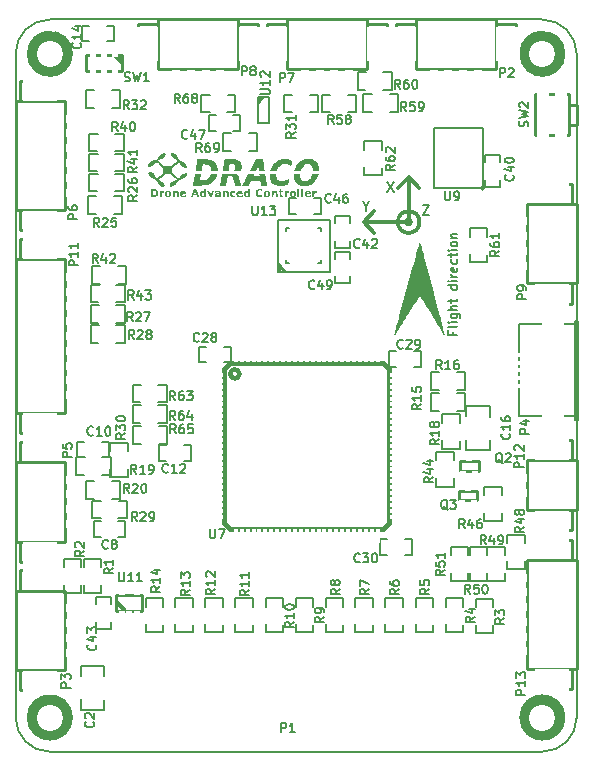
<source format=gbr>
G04 (created by PCBNEW (2013-may-18)-stable) date Čt 25. září 2014, 17:16:29 CEST*
%MOIN*%
G04 Gerber Fmt 3.4, Leading zero omitted, Abs format*
%FSLAX34Y34*%
G01*
G70*
G90*
G04 APERTURE LIST*
%ADD10C,0.00590551*%
%ADD11C,0.00826772*%
%ADD12C,0.011811*%
%ADD13C,0.00787402*%
%ADD14C,0.00757874*%
%ADD15C,0.00984252*%
%ADD16C,0.0001*%
%ADD17C,0.0590551*%
%ADD18C,0.0165354*%
%ADD19C,0.008*%
%ADD20C,0.0079*%
%ADD21C,0.00748031*%
%ADD22R,0.0185039X0.0315*%
%ADD23C,0.06*%
%ADD24C,0.0708661*%
%ADD25R,0.0708661X0.0787*%
%ADD26C,0.0866142*%
%ADD27R,0.0512X0.0118*%
%ADD28R,0.0118X0.0512*%
%ADD29R,0.0236X0.0394*%
%ADD30R,0.019685X0.023622*%
%ADD31R,0.0354X0.0394*%
%ADD32R,0.0394X0.0354*%
%ADD33R,0.0629921X0.0314961*%
%ADD34R,0.11811X0.0826772*%
%ADD35R,0.0826772X0.11811*%
%ADD36R,0.0314961X0.0629921*%
%ADD37R,0.0472X0.0236*%
%ADD38R,0.0747X0.0747*%
%ADD39R,0.0531X0.0157*%
%ADD40R,0.053X0.0157*%
%ADD41R,0.059X0.0472*%
%ADD42R,0.059X0.0473*%
%ADD43R,0.026X0.016*%
%ADD44O,0.00787402X0.0295276*%
%ADD45O,0.0295276X0.00787402*%
%ADD46R,0.0413386X0.0551181*%
G04 APERTURE END LIST*
G54D10*
G54D11*
X13368Y18037D02*
X13591Y18037D01*
X13368Y17703D01*
X13591Y17703D01*
X11484Y17976D02*
X11484Y17817D01*
X11372Y18151D02*
X11484Y17976D01*
X11595Y18151D01*
X12187Y18805D02*
X12410Y18470D01*
X12410Y18805D02*
X12187Y18470D01*
G54D12*
X13268Y17460D02*
G75*
G03X13268Y17460I-362J0D01*
G74*
G01*
G54D13*
X13016Y17460D02*
G75*
G03X13016Y17460I-111J0D01*
G74*
G01*
X12993Y17460D02*
G75*
G03X12993Y17460I-88J0D01*
G74*
G01*
X12961Y17460D02*
G75*
G03X12961Y17460I-55J0D01*
G74*
G01*
G54D12*
X11409Y17460D02*
X11763Y17814D01*
X11409Y17460D02*
X11763Y17106D01*
X12905Y17460D02*
X11409Y17460D01*
X12905Y18956D02*
X13259Y18602D01*
X12905Y18956D02*
X12551Y18602D01*
X12905Y17460D02*
X12905Y18956D01*
G54D14*
X14369Y13805D02*
X14369Y13704D01*
X14528Y13704D02*
X14225Y13704D01*
X14225Y13848D01*
X14528Y14007D02*
X14513Y13978D01*
X14484Y13963D01*
X14225Y13963D01*
X14528Y14122D02*
X14326Y14122D01*
X14225Y14122D02*
X14239Y14108D01*
X14253Y14122D01*
X14239Y14137D01*
X14225Y14122D01*
X14253Y14122D01*
X14326Y14396D02*
X14571Y14396D01*
X14600Y14382D01*
X14614Y14368D01*
X14629Y14339D01*
X14629Y14295D01*
X14614Y14267D01*
X14513Y14396D02*
X14528Y14368D01*
X14528Y14310D01*
X14513Y14281D01*
X14499Y14267D01*
X14470Y14252D01*
X14383Y14252D01*
X14354Y14267D01*
X14340Y14281D01*
X14326Y14310D01*
X14326Y14368D01*
X14340Y14396D01*
X14528Y14541D02*
X14225Y14541D01*
X14528Y14671D02*
X14369Y14671D01*
X14340Y14656D01*
X14326Y14627D01*
X14326Y14584D01*
X14340Y14555D01*
X14354Y14541D01*
X14326Y14772D02*
X14326Y14887D01*
X14225Y14815D02*
X14484Y14815D01*
X14513Y14830D01*
X14528Y14858D01*
X14528Y14887D01*
X14528Y15349D02*
X14225Y15349D01*
X14513Y15349D02*
X14528Y15320D01*
X14528Y15263D01*
X14513Y15234D01*
X14499Y15219D01*
X14470Y15205D01*
X14383Y15205D01*
X14354Y15219D01*
X14340Y15234D01*
X14326Y15263D01*
X14326Y15320D01*
X14340Y15349D01*
X14528Y15494D02*
X14326Y15494D01*
X14225Y15494D02*
X14239Y15479D01*
X14253Y15494D01*
X14239Y15508D01*
X14225Y15494D01*
X14253Y15494D01*
X14528Y15638D02*
X14326Y15638D01*
X14383Y15638D02*
X14354Y15652D01*
X14340Y15667D01*
X14326Y15696D01*
X14326Y15725D01*
X14513Y15941D02*
X14528Y15912D01*
X14528Y15854D01*
X14513Y15826D01*
X14484Y15811D01*
X14369Y15811D01*
X14340Y15826D01*
X14326Y15854D01*
X14326Y15912D01*
X14340Y15941D01*
X14369Y15956D01*
X14398Y15956D01*
X14427Y15811D01*
X14513Y16215D02*
X14528Y16187D01*
X14528Y16129D01*
X14513Y16100D01*
X14499Y16085D01*
X14470Y16071D01*
X14383Y16071D01*
X14354Y16085D01*
X14340Y16100D01*
X14326Y16129D01*
X14326Y16187D01*
X14340Y16215D01*
X14326Y16302D02*
X14326Y16417D01*
X14225Y16345D02*
X14484Y16345D01*
X14513Y16360D01*
X14528Y16389D01*
X14528Y16417D01*
X14528Y16519D02*
X14326Y16519D01*
X14225Y16519D02*
X14239Y16504D01*
X14253Y16519D01*
X14239Y16533D01*
X14225Y16519D01*
X14253Y16519D01*
X14528Y16706D02*
X14513Y16677D01*
X14499Y16663D01*
X14470Y16648D01*
X14383Y16648D01*
X14354Y16663D01*
X14340Y16677D01*
X14326Y16706D01*
X14326Y16750D01*
X14340Y16778D01*
X14354Y16793D01*
X14383Y16807D01*
X14470Y16807D01*
X14499Y16793D01*
X14513Y16778D01*
X14528Y16750D01*
X14528Y16706D01*
X14326Y16937D02*
X14528Y16937D01*
X14354Y16937D02*
X14340Y16952D01*
X14326Y16980D01*
X14326Y17024D01*
X14340Y17053D01*
X14369Y17067D01*
X14528Y17067D01*
G54D10*
X-196Y944D02*
G75*
G03X944Y-196I1141J0D01*
G74*
G01*
X944Y24212D02*
X17362Y24212D01*
X-196Y944D02*
X-196Y23070D01*
X17362Y-196D02*
X944Y-196D01*
X18503Y23070D02*
X18503Y944D01*
X17362Y-196D02*
G75*
G03X18503Y944I0J1141D01*
G74*
G01*
X944Y24212D02*
G75*
G03X-196Y23070I0J-1141D01*
G74*
G01*
X18503Y23070D02*
G75*
G03X17362Y24212I-1141J0D01*
G74*
G01*
G54D15*
X3443Y4528D02*
X3183Y4788D01*
X3402Y4528D02*
X3202Y4723D01*
X3163Y5018D02*
X4033Y5018D01*
X4033Y5018D02*
X4033Y4508D01*
X4033Y4508D02*
X3163Y4508D01*
X3163Y4508D02*
X3163Y5018D01*
G54D16*
G36*
X14105Y13696D02*
X14104Y13693D01*
X14103Y13691D01*
X14103Y13691D01*
X14093Y13684D01*
X14088Y13683D01*
X14085Y13688D01*
X14075Y13704D01*
X14059Y13730D01*
X14038Y13764D01*
X14012Y13807D01*
X13981Y13858D01*
X13946Y13915D01*
X13908Y13979D01*
X13866Y14049D01*
X13821Y14123D01*
X13774Y14202D01*
X13724Y14285D01*
X13686Y14349D01*
X13635Y14434D01*
X13586Y14515D01*
X13539Y14593D01*
X13495Y14667D01*
X13454Y14735D01*
X13416Y14797D01*
X13382Y14853D01*
X13352Y14902D01*
X13327Y14943D01*
X13308Y14975D01*
X13293Y14999D01*
X13285Y15012D01*
X13282Y15015D01*
X13279Y15010D01*
X13269Y14994D01*
X13253Y14969D01*
X13231Y14935D01*
X13204Y14892D01*
X13173Y14842D01*
X13137Y14785D01*
X13097Y14722D01*
X13054Y14653D01*
X13007Y14579D01*
X12958Y14501D01*
X12907Y14419D01*
X12863Y14349D01*
X12810Y14265D01*
X12760Y14183D01*
X12711Y14106D01*
X12665Y14033D01*
X12623Y13965D01*
X12584Y13903D01*
X12549Y13847D01*
X12518Y13798D01*
X12492Y13757D01*
X12472Y13724D01*
X12457Y13701D01*
X12448Y13687D01*
X12445Y13683D01*
X12439Y13685D01*
X12433Y13687D01*
X12423Y13693D01*
X12421Y13698D01*
X12423Y13704D01*
X12428Y13723D01*
X12436Y13753D01*
X12447Y13794D01*
X12461Y13845D01*
X12477Y13906D01*
X12496Y13976D01*
X12518Y14055D01*
X12542Y14143D01*
X12568Y14238D01*
X12595Y14340D01*
X12625Y14448D01*
X12656Y14563D01*
X12689Y14683D01*
X12724Y14809D01*
X12759Y14939D01*
X12796Y15072D01*
X12833Y15210D01*
X12851Y15274D01*
X12900Y15453D01*
X12947Y15622D01*
X12990Y15781D01*
X13031Y15930D01*
X13069Y16067D01*
X13104Y16194D01*
X13136Y16309D01*
X13165Y16414D01*
X13191Y16507D01*
X13214Y16588D01*
X13234Y16658D01*
X13251Y16717D01*
X13264Y16764D01*
X13273Y16798D01*
X13280Y16821D01*
X13284Y16831D01*
X13285Y16831D01*
X13287Y16824D01*
X13292Y16805D01*
X13300Y16775D01*
X13311Y16734D01*
X13325Y16682D01*
X13341Y16620D01*
X13360Y16550D01*
X13381Y16470D01*
X13405Y16383D01*
X13430Y16287D01*
X13457Y16185D01*
X13486Y16076D01*
X13516Y15961D01*
X13548Y15840D01*
X13581Y15714D01*
X13616Y15584D01*
X13651Y15450D01*
X13688Y15313D01*
X13702Y15259D01*
X13745Y15095D01*
X13786Y14942D01*
X13823Y14800D01*
X13858Y14669D01*
X13889Y14549D01*
X13918Y14440D01*
X13945Y14340D01*
X13968Y14249D01*
X13990Y14167D01*
X14009Y14094D01*
X14026Y14028D01*
X14041Y13970D01*
X14054Y13919D01*
X14065Y13875D01*
X14075Y13837D01*
X14083Y13804D01*
X14089Y13777D01*
X14094Y13754D01*
X14098Y13736D01*
X14101Y13721D01*
X14103Y13710D01*
X14104Y13702D01*
X14105Y13696D01*
X14105Y13696D01*
X14105Y13696D01*
G37*
G36*
X4994Y18403D02*
X4994Y18380D01*
X4991Y18361D01*
X4985Y18345D01*
X4975Y18330D01*
X4967Y18321D01*
X4949Y18307D01*
X4933Y18299D01*
X4928Y18298D01*
X4928Y18394D01*
X4927Y18412D01*
X4922Y18428D01*
X4915Y18441D01*
X4906Y18450D01*
X4905Y18450D01*
X4890Y18454D01*
X4876Y18453D01*
X4862Y18447D01*
X4852Y18437D01*
X4851Y18435D01*
X4845Y18419D01*
X4843Y18401D01*
X4844Y18383D01*
X4848Y18366D01*
X4855Y18353D01*
X4860Y18348D01*
X4873Y18341D01*
X4887Y18339D01*
X4901Y18342D01*
X4912Y18349D01*
X4920Y18361D01*
X4926Y18377D01*
X4928Y18394D01*
X4928Y18298D01*
X4917Y18295D01*
X4898Y18292D01*
X4878Y18292D01*
X4861Y18293D01*
X4857Y18293D01*
X4834Y18301D01*
X4813Y18313D01*
X4797Y18329D01*
X4787Y18343D01*
X4779Y18365D01*
X4776Y18388D01*
X4776Y18412D01*
X4781Y18435D01*
X4790Y18456D01*
X4803Y18472D01*
X4806Y18475D01*
X4821Y18486D01*
X4839Y18494D01*
X4859Y18499D01*
X4878Y18500D01*
X4907Y18499D01*
X4932Y18494D01*
X4953Y18484D01*
X4970Y18469D01*
X4982Y18452D01*
X4987Y18442D01*
X4991Y18433D01*
X4992Y18422D01*
X4994Y18408D01*
X4994Y18403D01*
X4994Y18403D01*
X4994Y18403D01*
G37*
G36*
X5502Y18379D02*
X5435Y18379D01*
X5435Y18422D01*
X5434Y18427D01*
X5431Y18435D01*
X5431Y18437D01*
X5423Y18448D01*
X5412Y18455D01*
X5398Y18458D01*
X5385Y18456D01*
X5372Y18451D01*
X5362Y18441D01*
X5358Y18433D01*
X5355Y18426D01*
X5353Y18421D01*
X5353Y18420D01*
X5356Y18420D01*
X5364Y18419D01*
X5377Y18419D01*
X5392Y18419D01*
X5394Y18419D01*
X5413Y18419D01*
X5426Y18420D01*
X5434Y18421D01*
X5435Y18422D01*
X5435Y18379D01*
X5427Y18379D01*
X5403Y18379D01*
X5384Y18379D01*
X5370Y18378D01*
X5360Y18377D01*
X5355Y18376D01*
X5353Y18373D01*
X5353Y18369D01*
X5356Y18364D01*
X5358Y18359D01*
X5366Y18348D01*
X5378Y18341D01*
X5394Y18337D01*
X5409Y18336D01*
X5437Y18339D01*
X5462Y18346D01*
X5478Y18353D01*
X5491Y18359D01*
X5491Y18334D01*
X5491Y18308D01*
X5474Y18302D01*
X5442Y18295D01*
X5409Y18291D01*
X5379Y18293D01*
X5366Y18295D01*
X5341Y18303D01*
X5320Y18316D01*
X5305Y18333D01*
X5294Y18355D01*
X5288Y18380D01*
X5287Y18397D01*
X5290Y18425D01*
X5298Y18448D01*
X5311Y18468D01*
X5330Y18483D01*
X5343Y18491D01*
X5352Y18495D01*
X5361Y18497D01*
X5371Y18499D01*
X5384Y18499D01*
X5396Y18499D01*
X5418Y18498D01*
X5436Y18496D01*
X5450Y18490D01*
X5463Y18482D01*
X5472Y18473D01*
X5486Y18456D01*
X5495Y18437D01*
X5500Y18414D01*
X5500Y18405D01*
X5502Y18379D01*
X5502Y18379D01*
X5502Y18379D01*
G37*
G36*
X6160Y18297D02*
X6127Y18297D01*
X6094Y18297D01*
X6094Y18311D01*
X6094Y18325D01*
X6093Y18324D01*
X6093Y18388D01*
X6092Y18405D01*
X6090Y18422D01*
X6085Y18435D01*
X6077Y18444D01*
X6066Y18451D01*
X6053Y18455D01*
X6051Y18455D01*
X6039Y18452D01*
X6028Y18445D01*
X6019Y18436D01*
X6016Y18427D01*
X6013Y18413D01*
X6012Y18397D01*
X6012Y18382D01*
X6014Y18369D01*
X6014Y18368D01*
X6022Y18355D01*
X6033Y18345D01*
X6045Y18340D01*
X6059Y18340D01*
X6072Y18344D01*
X6077Y18349D01*
X6084Y18358D01*
X6089Y18370D01*
X6090Y18373D01*
X6093Y18388D01*
X6093Y18324D01*
X6081Y18312D01*
X6063Y18299D01*
X6043Y18292D01*
X6021Y18291D01*
X6008Y18294D01*
X5990Y18301D01*
X5974Y18314D01*
X5961Y18330D01*
X5952Y18350D01*
X5946Y18372D01*
X5943Y18395D01*
X5945Y18418D01*
X5951Y18441D01*
X5961Y18461D01*
X5969Y18473D01*
X5986Y18488D01*
X6003Y18497D01*
X6024Y18501D01*
X6029Y18501D01*
X6049Y18499D01*
X6065Y18493D01*
X6081Y18482D01*
X6082Y18481D01*
X6094Y18471D01*
X6094Y18522D01*
X6094Y18573D01*
X6127Y18573D01*
X6160Y18573D01*
X6160Y18435D01*
X6160Y18297D01*
X6160Y18297D01*
X6160Y18297D01*
G37*
G36*
X6647Y18297D02*
X6614Y18297D01*
X6581Y18297D01*
X6581Y18310D01*
X6581Y18324D01*
X6581Y18381D01*
X6581Y18382D01*
X6578Y18384D01*
X6570Y18385D01*
X6559Y18386D01*
X6547Y18386D01*
X6535Y18384D01*
X6526Y18382D01*
X6522Y18381D01*
X6513Y18374D01*
X6509Y18365D01*
X6508Y18357D01*
X6511Y18348D01*
X6519Y18341D01*
X6529Y18337D01*
X6542Y18336D01*
X6554Y18339D01*
X6564Y18345D01*
X6572Y18355D01*
X6578Y18368D01*
X6581Y18381D01*
X6581Y18324D01*
X6566Y18310D01*
X6547Y18298D01*
X6526Y18292D01*
X6503Y18292D01*
X6493Y18293D01*
X6474Y18301D01*
X6460Y18313D01*
X6449Y18329D01*
X6444Y18347D01*
X6443Y18366D01*
X6448Y18385D01*
X6449Y18388D01*
X6459Y18401D01*
X6473Y18412D01*
X6492Y18419D01*
X6516Y18423D01*
X6546Y18425D01*
X6550Y18425D01*
X6581Y18425D01*
X6579Y18434D01*
X6576Y18442D01*
X6574Y18447D01*
X6566Y18452D01*
X6553Y18456D01*
X6537Y18457D01*
X6519Y18457D01*
X6501Y18455D01*
X6484Y18451D01*
X6476Y18448D01*
X6459Y18442D01*
X6459Y18466D01*
X6459Y18491D01*
X6471Y18494D01*
X6479Y18496D01*
X6492Y18497D01*
X6508Y18499D01*
X6526Y18500D01*
X6527Y18500D01*
X6553Y18500D01*
X6575Y18499D01*
X6592Y18495D01*
X6606Y18490D01*
X6618Y18481D01*
X6619Y18480D01*
X6627Y18473D01*
X6633Y18466D01*
X6637Y18457D01*
X6641Y18447D01*
X6643Y18434D01*
X6644Y18417D01*
X6645Y18395D01*
X6646Y18368D01*
X6647Y18297D01*
X6647Y18297D01*
X6647Y18297D01*
G37*
G36*
X7126Y18464D02*
X7126Y18452D01*
X7125Y18443D01*
X7124Y18439D01*
X7124Y18439D01*
X7099Y18450D01*
X7077Y18454D01*
X7058Y18453D01*
X7045Y18448D01*
X7032Y18438D01*
X7023Y18425D01*
X7019Y18408D01*
X7018Y18395D01*
X7020Y18376D01*
X7027Y18361D01*
X7038Y18350D01*
X7041Y18347D01*
X7054Y18342D01*
X7070Y18340D01*
X7087Y18340D01*
X7104Y18344D01*
X7109Y18346D01*
X7118Y18350D01*
X7124Y18352D01*
X7125Y18353D01*
X7126Y18350D01*
X7126Y18342D01*
X7126Y18330D01*
X7126Y18327D01*
X7125Y18302D01*
X7110Y18298D01*
X7093Y18294D01*
X7074Y18292D01*
X7054Y18292D01*
X7036Y18293D01*
X7034Y18293D01*
X7010Y18301D01*
X6988Y18313D01*
X6970Y18330D01*
X6958Y18349D01*
X6955Y18358D01*
X6952Y18368D01*
X6951Y18380D01*
X6951Y18397D01*
X6951Y18413D01*
X6952Y18424D01*
X6954Y18433D01*
X6957Y18441D01*
X6960Y18447D01*
X6974Y18468D01*
X6994Y18484D01*
X7008Y18492D01*
X7016Y18495D01*
X7025Y18497D01*
X7036Y18498D01*
X7051Y18499D01*
X7063Y18499D01*
X7083Y18499D01*
X7100Y18498D01*
X7112Y18495D01*
X7114Y18495D01*
X7126Y18491D01*
X7126Y18464D01*
X7126Y18464D01*
X7126Y18464D01*
G37*
G36*
X7381Y18379D02*
X7314Y18379D01*
X7314Y18422D01*
X7311Y18432D01*
X7305Y18442D01*
X7298Y18451D01*
X7294Y18453D01*
X7279Y18458D01*
X7264Y18456D01*
X7250Y18450D01*
X7239Y18439D01*
X7233Y18426D01*
X7233Y18423D01*
X7233Y18421D01*
X7236Y18420D01*
X7243Y18419D01*
X7253Y18419D01*
X7270Y18419D01*
X7272Y18419D01*
X7291Y18419D01*
X7304Y18420D01*
X7312Y18421D01*
X7314Y18422D01*
X7314Y18379D01*
X7306Y18379D01*
X7231Y18379D01*
X7233Y18370D01*
X7238Y18356D01*
X7246Y18346D01*
X7258Y18340D01*
X7274Y18337D01*
X7295Y18337D01*
X7312Y18338D01*
X7325Y18340D01*
X7336Y18344D01*
X7348Y18349D01*
X7370Y18359D01*
X7370Y18334D01*
X7370Y18308D01*
X7352Y18302D01*
X7317Y18294D01*
X7283Y18291D01*
X7251Y18294D01*
X7245Y18295D01*
X7219Y18303D01*
X7199Y18316D01*
X7183Y18333D01*
X7173Y18354D01*
X7167Y18379D01*
X7166Y18388D01*
X7167Y18413D01*
X7171Y18435D01*
X7179Y18453D01*
X7191Y18468D01*
X7205Y18481D01*
X7220Y18490D01*
X7237Y18496D01*
X7257Y18499D01*
X7274Y18499D01*
X7297Y18498D01*
X7314Y18496D01*
X7328Y18490D01*
X7341Y18482D01*
X7351Y18473D01*
X7365Y18456D01*
X7373Y18437D01*
X7378Y18414D01*
X7379Y18405D01*
X7381Y18379D01*
X7381Y18379D01*
X7381Y18379D01*
G37*
G36*
X7630Y18297D02*
X7597Y18297D01*
X7564Y18297D01*
X7564Y18310D01*
X7564Y18324D01*
X7562Y18322D01*
X7562Y18399D01*
X7560Y18420D01*
X7554Y18436D01*
X7544Y18447D01*
X7530Y18452D01*
X7521Y18453D01*
X7506Y18451D01*
X7495Y18444D01*
X7487Y18431D01*
X7483Y18413D01*
X7482Y18395D01*
X7483Y18374D01*
X7488Y18358D01*
X7497Y18347D01*
X7510Y18341D01*
X7523Y18340D01*
X7538Y18342D01*
X7545Y18346D01*
X7554Y18358D01*
X7560Y18374D01*
X7562Y18397D01*
X7562Y18399D01*
X7562Y18322D01*
X7549Y18311D01*
X7531Y18299D01*
X7511Y18292D01*
X7491Y18291D01*
X7478Y18293D01*
X7458Y18303D01*
X7440Y18318D01*
X7426Y18337D01*
X7420Y18351D01*
X7416Y18367D01*
X7414Y18387D01*
X7414Y18408D01*
X7416Y18427D01*
X7420Y18443D01*
X7421Y18446D01*
X7433Y18466D01*
X7445Y18481D01*
X7461Y18492D01*
X7463Y18492D01*
X7484Y18500D01*
X7506Y18501D01*
X7528Y18495D01*
X7548Y18484D01*
X7553Y18480D01*
X7564Y18471D01*
X7564Y18522D01*
X7564Y18573D01*
X7597Y18573D01*
X7630Y18573D01*
X7630Y18435D01*
X7630Y18297D01*
X7630Y18297D01*
X7630Y18297D01*
G37*
G36*
X8031Y18310D02*
X8014Y18304D01*
X7982Y18295D01*
X7951Y18291D01*
X7918Y18293D01*
X7913Y18294D01*
X7886Y18302D01*
X7862Y18315D01*
X7840Y18333D01*
X7822Y18355D01*
X7815Y18369D01*
X7811Y18377D01*
X7808Y18385D01*
X7807Y18393D01*
X7806Y18404D01*
X7806Y18419D01*
X7806Y18429D01*
X7806Y18447D01*
X7807Y18461D01*
X7808Y18471D01*
X7811Y18480D01*
X7814Y18488D01*
X7826Y18512D01*
X7845Y18532D01*
X7868Y18549D01*
X7875Y18552D01*
X7887Y18558D01*
X7897Y18562D01*
X7907Y18564D01*
X7919Y18565D01*
X7935Y18566D01*
X7965Y18566D01*
X7990Y18563D01*
X8011Y18557D01*
X8019Y18553D01*
X8031Y18547D01*
X8031Y18521D01*
X8031Y18508D01*
X8031Y18499D01*
X8030Y18495D01*
X8030Y18494D01*
X8027Y18496D01*
X8019Y18499D01*
X8008Y18504D01*
X8006Y18505D01*
X7994Y18510D01*
X7983Y18514D01*
X7972Y18515D01*
X7958Y18516D01*
X7956Y18516D01*
X7941Y18515D01*
X7930Y18514D01*
X7922Y18512D01*
X7914Y18508D01*
X7898Y18495D01*
X7886Y18479D01*
X7880Y18459D01*
X7877Y18434D01*
X7877Y18422D01*
X7880Y18398D01*
X7887Y18379D01*
X7898Y18364D01*
X7910Y18354D01*
X7917Y18349D01*
X7924Y18347D01*
X7932Y18345D01*
X7943Y18345D01*
X7955Y18345D01*
X7969Y18345D01*
X7979Y18345D01*
X7988Y18347D01*
X7997Y18350D01*
X8009Y18355D01*
X8024Y18363D01*
X8029Y18365D01*
X8030Y18363D01*
X8031Y18355D01*
X8031Y18344D01*
X8031Y18338D01*
X8031Y18310D01*
X8031Y18310D01*
X8031Y18310D01*
G37*
G36*
X8288Y18403D02*
X8287Y18378D01*
X8283Y18357D01*
X8275Y18340D01*
X8262Y18324D01*
X8260Y18321D01*
X8243Y18307D01*
X8227Y18299D01*
X8220Y18297D01*
X8220Y18396D01*
X8218Y18418D01*
X8213Y18435D01*
X8203Y18447D01*
X8190Y18454D01*
X8179Y18455D01*
X8164Y18452D01*
X8152Y18443D01*
X8143Y18430D01*
X8138Y18413D01*
X8137Y18399D01*
X8139Y18376D01*
X8144Y18359D01*
X8154Y18347D01*
X8167Y18341D01*
X8179Y18340D01*
X8190Y18341D01*
X8200Y18344D01*
X8202Y18345D01*
X8211Y18354D01*
X8217Y18368D01*
X8220Y18386D01*
X8220Y18396D01*
X8220Y18297D01*
X8207Y18294D01*
X8185Y18292D01*
X8162Y18292D01*
X8147Y18295D01*
X8128Y18300D01*
X8113Y18308D01*
X8100Y18319D01*
X8097Y18322D01*
X8082Y18341D01*
X8073Y18363D01*
X8069Y18386D01*
X8069Y18410D01*
X8074Y18433D01*
X8083Y18454D01*
X8097Y18472D01*
X8107Y18481D01*
X8128Y18492D01*
X8152Y18499D01*
X8179Y18501D01*
X8209Y18498D01*
X8233Y18491D01*
X8254Y18479D01*
X8270Y18462D01*
X8280Y18441D01*
X8287Y18416D01*
X8288Y18403D01*
X8288Y18403D01*
X8288Y18403D01*
G37*
G36*
X9153Y18380D02*
X9150Y18361D01*
X9144Y18345D01*
X9134Y18330D01*
X9126Y18321D01*
X9108Y18307D01*
X9093Y18299D01*
X9087Y18298D01*
X9087Y18394D01*
X9086Y18412D01*
X9082Y18428D01*
X9075Y18441D01*
X9065Y18450D01*
X9065Y18450D01*
X9050Y18454D01*
X9035Y18453D01*
X9022Y18447D01*
X9012Y18437D01*
X9010Y18435D01*
X9005Y18419D01*
X9003Y18401D01*
X9004Y18383D01*
X9008Y18366D01*
X9015Y18353D01*
X9020Y18348D01*
X9032Y18341D01*
X9047Y18339D01*
X9061Y18342D01*
X9071Y18349D01*
X9080Y18361D01*
X9085Y18377D01*
X9087Y18394D01*
X9087Y18298D01*
X9077Y18295D01*
X9057Y18292D01*
X9038Y18292D01*
X9021Y18293D01*
X9017Y18293D01*
X8993Y18301D01*
X8973Y18313D01*
X8956Y18329D01*
X8946Y18343D01*
X8939Y18365D01*
X8935Y18388D01*
X8936Y18412D01*
X8941Y18435D01*
X8950Y18456D01*
X8963Y18472D01*
X8965Y18475D01*
X8981Y18486D01*
X8998Y18494D01*
X9018Y18499D01*
X9037Y18500D01*
X9067Y18499D01*
X9092Y18494D01*
X9113Y18484D01*
X9130Y18469D01*
X9142Y18452D01*
X9147Y18442D01*
X9150Y18433D01*
X9152Y18422D01*
X9153Y18408D01*
X9153Y18403D01*
X9153Y18380D01*
X9153Y18380D01*
X9153Y18380D01*
G37*
G36*
X9651Y18379D02*
X9585Y18379D01*
X9585Y18424D01*
X9582Y18435D01*
X9574Y18446D01*
X9563Y18454D01*
X9550Y18458D01*
X9547Y18458D01*
X9531Y18456D01*
X9519Y18448D01*
X9509Y18434D01*
X9506Y18427D01*
X9503Y18419D01*
X9544Y18419D01*
X9561Y18419D01*
X9573Y18419D01*
X9580Y18420D01*
X9584Y18421D01*
X9585Y18423D01*
X9585Y18424D01*
X9585Y18379D01*
X9577Y18379D01*
X9550Y18379D01*
X9529Y18379D01*
X9515Y18378D01*
X9506Y18377D01*
X9503Y18376D01*
X9503Y18375D01*
X9505Y18367D01*
X9511Y18357D01*
X9518Y18347D01*
X9524Y18342D01*
X9532Y18339D01*
X9542Y18337D01*
X9556Y18336D01*
X9560Y18336D01*
X9578Y18337D01*
X9595Y18340D01*
X9614Y18346D01*
X9635Y18354D01*
X9638Y18355D01*
X9640Y18353D01*
X9641Y18347D01*
X9641Y18336D01*
X9641Y18332D01*
X9641Y18308D01*
X9624Y18302D01*
X9590Y18295D01*
X9558Y18291D01*
X9528Y18292D01*
X9519Y18294D01*
X9494Y18302D01*
X9473Y18314D01*
X9456Y18332D01*
X9445Y18353D01*
X9438Y18378D01*
X9437Y18397D01*
X9440Y18423D01*
X9448Y18447D01*
X9461Y18467D01*
X9478Y18483D01*
X9494Y18491D01*
X9514Y18497D01*
X9537Y18500D01*
X9561Y18500D01*
X9582Y18497D01*
X9590Y18494D01*
X9611Y18483D01*
X9629Y18467D01*
X9641Y18446D01*
X9649Y18423D01*
X9651Y18400D01*
X9651Y18379D01*
X9651Y18379D01*
X9651Y18379D01*
G37*
G36*
X4558Y18430D02*
X4558Y18413D01*
X4557Y18400D01*
X4556Y18391D01*
X4554Y18383D01*
X4551Y18374D01*
X4549Y18370D01*
X4536Y18349D01*
X4518Y18330D01*
X4498Y18315D01*
X4494Y18313D01*
X4488Y18311D01*
X4488Y18430D01*
X4486Y18454D01*
X4479Y18474D01*
X4468Y18489D01*
X4452Y18500D01*
X4431Y18507D01*
X4406Y18510D01*
X4379Y18512D01*
X4379Y18430D01*
X4379Y18349D01*
X4408Y18350D01*
X4428Y18352D01*
X4443Y18356D01*
X4450Y18359D01*
X4466Y18370D01*
X4478Y18385D01*
X4485Y18403D01*
X4488Y18426D01*
X4488Y18430D01*
X4488Y18311D01*
X4480Y18307D01*
X4462Y18303D01*
X4440Y18300D01*
X4413Y18298D01*
X4380Y18297D01*
X4370Y18297D01*
X4310Y18297D01*
X4310Y18431D01*
X4310Y18564D01*
X4381Y18563D01*
X4408Y18562D01*
X4429Y18561D01*
X4445Y18560D01*
X4457Y18558D01*
X4467Y18556D01*
X4471Y18555D01*
X4498Y18544D01*
X4520Y18528D01*
X4538Y18508D01*
X4549Y18488D01*
X4553Y18480D01*
X4556Y18472D01*
X4557Y18463D01*
X4558Y18451D01*
X4558Y18435D01*
X4558Y18430D01*
X4558Y18430D01*
X4558Y18430D01*
G37*
G36*
X4760Y18456D02*
X4760Y18448D01*
X4759Y18444D01*
X4757Y18443D01*
X4755Y18443D01*
X4749Y18445D01*
X4738Y18446D01*
X4729Y18447D01*
X4711Y18446D01*
X4697Y18441D01*
X4687Y18430D01*
X4681Y18421D01*
X4679Y18415D01*
X4677Y18408D01*
X4676Y18399D01*
X4675Y18387D01*
X4675Y18370D01*
X4675Y18352D01*
X4675Y18297D01*
X4642Y18297D01*
X4609Y18297D01*
X4609Y18397D01*
X4609Y18498D01*
X4642Y18498D01*
X4675Y18498D01*
X4675Y18483D01*
X4675Y18468D01*
X4688Y18481D01*
X4704Y18493D01*
X4721Y18499D01*
X4742Y18500D01*
X4742Y18500D01*
X4759Y18499D01*
X4760Y18470D01*
X4760Y18456D01*
X4760Y18456D01*
X4760Y18456D01*
G37*
G36*
X5245Y18297D02*
X5212Y18297D01*
X5179Y18297D01*
X5178Y18352D01*
X5178Y18381D01*
X5177Y18403D01*
X5175Y18421D01*
X5173Y18433D01*
X5169Y18442D01*
X5163Y18448D01*
X5156Y18451D01*
X5147Y18452D01*
X5146Y18452D01*
X5132Y18449D01*
X5121Y18441D01*
X5112Y18427D01*
X5110Y18421D01*
X5109Y18414D01*
X5107Y18406D01*
X5107Y18394D01*
X5106Y18377D01*
X5106Y18355D01*
X5106Y18297D01*
X5073Y18297D01*
X5040Y18297D01*
X5040Y18397D01*
X5040Y18498D01*
X5073Y18498D01*
X5106Y18498D01*
X5106Y18484D01*
X5106Y18471D01*
X5117Y18480D01*
X5135Y18491D01*
X5155Y18499D01*
X5176Y18501D01*
X5195Y18499D01*
X5203Y18496D01*
X5215Y18489D01*
X5226Y18477D01*
X5235Y18463D01*
X5238Y18456D01*
X5239Y18449D01*
X5240Y18436D01*
X5242Y18419D01*
X5243Y18399D01*
X5243Y18376D01*
X5244Y18370D01*
X5245Y18297D01*
X5245Y18297D01*
X5245Y18297D01*
G37*
G36*
X5925Y18300D02*
X5923Y18298D01*
X5918Y18297D01*
X5909Y18297D01*
X5895Y18297D01*
X5891Y18298D01*
X5856Y18298D01*
X5848Y18322D01*
X5840Y18346D01*
X5820Y18346D01*
X5820Y18398D01*
X5819Y18402D01*
X5817Y18411D01*
X5812Y18424D01*
X5807Y18439D01*
X5803Y18449D01*
X5786Y18498D01*
X5769Y18448D01*
X5763Y18431D01*
X5758Y18416D01*
X5754Y18405D01*
X5752Y18398D01*
X5751Y18396D01*
X5754Y18396D01*
X5763Y18396D01*
X5775Y18396D01*
X5786Y18396D01*
X5800Y18396D01*
X5811Y18396D01*
X5819Y18397D01*
X5820Y18398D01*
X5820Y18346D01*
X5786Y18345D01*
X5733Y18345D01*
X5725Y18321D01*
X5717Y18297D01*
X5681Y18297D01*
X5646Y18297D01*
X5650Y18306D01*
X5651Y18311D01*
X5655Y18321D01*
X5661Y18337D01*
X5668Y18356D01*
X5676Y18378D01*
X5686Y18403D01*
X5696Y18430D01*
X5697Y18433D01*
X5707Y18460D01*
X5716Y18485D01*
X5724Y18507D01*
X5731Y18526D01*
X5737Y18542D01*
X5741Y18552D01*
X5743Y18557D01*
X5743Y18558D01*
X5745Y18560D01*
X5748Y18562D01*
X5754Y18563D01*
X5764Y18563D01*
X5778Y18563D01*
X5787Y18563D01*
X5829Y18562D01*
X5876Y18435D01*
X5886Y18407D01*
X5895Y18382D01*
X5904Y18358D01*
X5911Y18338D01*
X5917Y18322D01*
X5922Y18310D01*
X5924Y18303D01*
X5924Y18302D01*
X5925Y18300D01*
X5925Y18300D01*
X5925Y18300D01*
G37*
G36*
X6422Y18496D02*
X6383Y18397D01*
X6344Y18298D01*
X6309Y18298D01*
X6272Y18297D01*
X6234Y18395D01*
X6225Y18419D01*
X6216Y18441D01*
X6209Y18460D01*
X6203Y18476D01*
X6198Y18487D01*
X6196Y18494D01*
X6196Y18495D01*
X6199Y18496D01*
X6207Y18497D01*
X6219Y18497D01*
X6227Y18497D01*
X6259Y18496D01*
X6282Y18433D01*
X6289Y18414D01*
X6295Y18397D01*
X6300Y18382D01*
X6304Y18372D01*
X6306Y18366D01*
X6306Y18366D01*
X6308Y18367D01*
X6311Y18374D01*
X6316Y18386D01*
X6322Y18401D01*
X6329Y18420D01*
X6332Y18428D01*
X6340Y18448D01*
X6346Y18465D01*
X6351Y18480D01*
X6356Y18490D01*
X6358Y18496D01*
X6358Y18497D01*
X6362Y18497D01*
X6370Y18497D01*
X6383Y18497D01*
X6391Y18497D01*
X6422Y18496D01*
X6422Y18496D01*
X6422Y18496D01*
G37*
G36*
X6907Y18297D02*
X6874Y18297D01*
X6841Y18297D01*
X6840Y18366D01*
X6840Y18389D01*
X6839Y18406D01*
X6839Y18419D01*
X6838Y18427D01*
X6837Y18433D01*
X6835Y18438D01*
X6833Y18441D01*
X6831Y18443D01*
X6821Y18450D01*
X6808Y18451D01*
X6795Y18448D01*
X6784Y18441D01*
X6776Y18431D01*
X6774Y18426D01*
X6772Y18419D01*
X6771Y18410D01*
X6770Y18397D01*
X6769Y18379D01*
X6769Y18358D01*
X6768Y18297D01*
X6735Y18297D01*
X6703Y18297D01*
X6703Y18396D01*
X6704Y18496D01*
X6736Y18497D01*
X6768Y18498D01*
X6768Y18484D01*
X6768Y18471D01*
X6779Y18480D01*
X6799Y18493D01*
X6821Y18500D01*
X6835Y18501D01*
X6855Y18499D01*
X6871Y18493D01*
X6884Y18482D01*
X6890Y18475D01*
X6895Y18468D01*
X6899Y18460D01*
X6901Y18451D01*
X6903Y18438D01*
X6905Y18422D01*
X6905Y18401D01*
X6906Y18375D01*
X6906Y18372D01*
X6907Y18297D01*
X6907Y18297D01*
X6907Y18297D01*
G37*
G36*
X8535Y18297D02*
X8504Y18297D01*
X8472Y18297D01*
X8472Y18342D01*
X8472Y18372D01*
X8471Y18395D01*
X8470Y18414D01*
X8468Y18428D01*
X8465Y18437D01*
X8461Y18443D01*
X8460Y18445D01*
X8449Y18450D01*
X8436Y18451D01*
X8424Y18448D01*
X8420Y18446D01*
X8413Y18440D01*
X8408Y18433D01*
X8405Y18424D01*
X8402Y18411D01*
X8401Y18394D01*
X8400Y18372D01*
X8400Y18355D01*
X8400Y18297D01*
X8367Y18297D01*
X8334Y18297D01*
X8334Y18397D01*
X8334Y18498D01*
X8367Y18498D01*
X8400Y18498D01*
X8400Y18484D01*
X8400Y18471D01*
X8413Y18482D01*
X8431Y18494D01*
X8452Y18500D01*
X8476Y18500D01*
X8495Y18496D01*
X8512Y18486D01*
X8524Y18471D01*
X8527Y18466D01*
X8529Y18461D01*
X8531Y18456D01*
X8532Y18449D01*
X8533Y18440D01*
X8533Y18427D01*
X8534Y18410D01*
X8534Y18388D01*
X8534Y18375D01*
X8535Y18297D01*
X8535Y18297D01*
X8535Y18297D01*
G37*
G36*
X8733Y18452D02*
X8700Y18452D01*
X8667Y18452D01*
X8667Y18403D01*
X8667Y18385D01*
X8667Y18370D01*
X8668Y18358D01*
X8669Y18351D01*
X8670Y18350D01*
X8674Y18347D01*
X8683Y18345D01*
X8698Y18343D01*
X8699Y18343D01*
X8726Y18342D01*
X8726Y18319D01*
X8726Y18297D01*
X8687Y18297D01*
X8665Y18298D01*
X8648Y18299D01*
X8636Y18302D01*
X8635Y18302D01*
X8620Y18310D01*
X8609Y18324D01*
X8604Y18335D01*
X8603Y18343D01*
X8602Y18356D01*
X8601Y18372D01*
X8601Y18390D01*
X8601Y18400D01*
X8601Y18452D01*
X8584Y18452D01*
X8568Y18452D01*
X8568Y18475D01*
X8568Y18498D01*
X8584Y18498D01*
X8601Y18498D01*
X8601Y18526D01*
X8601Y18554D01*
X8634Y18554D01*
X8667Y18554D01*
X8667Y18526D01*
X8667Y18498D01*
X8699Y18497D01*
X8731Y18496D01*
X8732Y18474D01*
X8733Y18452D01*
X8733Y18452D01*
X8733Y18452D01*
G37*
G36*
X8920Y18456D02*
X8920Y18448D01*
X8919Y18444D01*
X8917Y18443D01*
X8914Y18443D01*
X8908Y18445D01*
X8898Y18446D01*
X8889Y18447D01*
X8871Y18446D01*
X8857Y18441D01*
X8846Y18430D01*
X8841Y18421D01*
X8839Y18415D01*
X8837Y18408D01*
X8836Y18399D01*
X8835Y18387D01*
X8835Y18370D01*
X8835Y18352D01*
X8835Y18297D01*
X8802Y18297D01*
X8769Y18297D01*
X8769Y18397D01*
X8769Y18498D01*
X8802Y18498D01*
X8835Y18498D01*
X8835Y18483D01*
X8835Y18468D01*
X8847Y18481D01*
X8863Y18493D01*
X8881Y18499D01*
X8902Y18500D01*
X8902Y18500D01*
X8918Y18499D01*
X8919Y18470D01*
X8920Y18456D01*
X8920Y18456D01*
X8920Y18456D01*
G37*
G36*
X9266Y18297D02*
X9233Y18297D01*
X9200Y18297D01*
X9200Y18435D01*
X9200Y18573D01*
X9233Y18573D01*
X9266Y18573D01*
X9266Y18435D01*
X9266Y18297D01*
X9266Y18297D01*
X9266Y18297D01*
G37*
G36*
X9391Y18297D02*
X9358Y18297D01*
X9325Y18297D01*
X9325Y18435D01*
X9325Y18573D01*
X9358Y18573D01*
X9391Y18573D01*
X9391Y18435D01*
X9391Y18297D01*
X9391Y18297D01*
X9391Y18297D01*
G37*
G36*
X9848Y18471D02*
X9848Y18457D01*
X9848Y18448D01*
X9847Y18444D01*
X9845Y18443D01*
X9843Y18443D01*
X9830Y18446D01*
X9816Y18447D01*
X9801Y18446D01*
X9790Y18443D01*
X9789Y18443D01*
X9781Y18438D01*
X9775Y18431D01*
X9770Y18423D01*
X9767Y18411D01*
X9765Y18396D01*
X9764Y18375D01*
X9763Y18354D01*
X9762Y18297D01*
X9731Y18297D01*
X9700Y18297D01*
X9700Y18397D01*
X9700Y18498D01*
X9731Y18498D01*
X9763Y18498D01*
X9763Y18482D01*
X9763Y18467D01*
X9775Y18479D01*
X9792Y18492D01*
X9811Y18499D01*
X9830Y18501D01*
X9848Y18501D01*
X9848Y18471D01*
X9848Y18471D01*
X9848Y18471D01*
G37*
G36*
X5524Y19061D02*
X5523Y19047D01*
X5518Y19029D01*
X5514Y19017D01*
X5506Y19000D01*
X5496Y18985D01*
X5483Y18970D01*
X5467Y18957D01*
X5447Y18943D01*
X5422Y18930D01*
X5392Y18915D01*
X5360Y18901D01*
X5341Y18893D01*
X5323Y18884D01*
X5306Y18877D01*
X5294Y18871D01*
X5287Y18868D01*
X5255Y18848D01*
X5225Y18823D01*
X5197Y18792D01*
X5196Y18791D01*
X5178Y18769D01*
X5158Y18747D01*
X5138Y18726D01*
X5118Y18707D01*
X5099Y18691D01*
X5083Y18679D01*
X5072Y18672D01*
X5049Y18661D01*
X5027Y18653D01*
X5005Y18647D01*
X4985Y18643D01*
X4968Y18642D01*
X4955Y18644D01*
X4952Y18645D01*
X4942Y18654D01*
X4936Y18667D01*
X4934Y18684D01*
X4935Y18703D01*
X4941Y18723D01*
X4950Y18743D01*
X4952Y18747D01*
X4969Y18769D01*
X4990Y18789D01*
X5017Y18808D01*
X5048Y18825D01*
X5081Y18839D01*
X5117Y18851D01*
X5155Y18859D01*
X5160Y18860D01*
X5172Y18862D01*
X5182Y18864D01*
X5188Y18866D01*
X5188Y18866D01*
X5187Y18869D01*
X5182Y18875D01*
X5173Y18884D01*
X5160Y18898D01*
X5142Y18916D01*
X5120Y18938D01*
X5093Y18964D01*
X5090Y18966D01*
X4988Y19063D01*
X4880Y19063D01*
X4772Y19062D01*
X4668Y18964D01*
X4647Y18944D01*
X4627Y18924D01*
X4608Y18907D01*
X4593Y18891D01*
X4580Y18879D01*
X4571Y18870D01*
X4566Y18865D01*
X4565Y18863D01*
X4568Y18861D01*
X4576Y18857D01*
X4588Y18852D01*
X4601Y18846D01*
X4628Y18835D01*
X4649Y18824D01*
X4667Y18814D01*
X4682Y18804D01*
X4696Y18792D01*
X4709Y18779D01*
X4718Y18770D01*
X4738Y18745D01*
X4753Y18721D01*
X4764Y18699D01*
X4769Y18679D01*
X4769Y18661D01*
X4764Y18647D01*
X4757Y18638D01*
X4751Y18633D01*
X4744Y18630D01*
X4734Y18630D01*
X4727Y18630D01*
X4715Y18630D01*
X4707Y18630D01*
X4703Y18631D01*
X4698Y18632D01*
X4689Y18635D01*
X4678Y18638D01*
X4676Y18639D01*
X4662Y18644D01*
X4651Y18649D01*
X4640Y18657D01*
X4631Y18665D01*
X4619Y18676D01*
X4608Y18688D01*
X4597Y18700D01*
X4586Y18714D01*
X4573Y18732D01*
X4558Y18753D01*
X4548Y18769D01*
X4536Y18786D01*
X4525Y18802D01*
X4515Y18816D01*
X4508Y18827D01*
X4504Y18832D01*
X4487Y18850D01*
X4465Y18869D01*
X4440Y18887D01*
X4419Y18899D01*
X4381Y18921D01*
X4349Y18941D01*
X4322Y18959D01*
X4300Y18976D01*
X4283Y18992D01*
X4271Y19005D01*
X4261Y19020D01*
X4251Y19036D01*
X4242Y19054D01*
X4234Y19070D01*
X4229Y19084D01*
X4228Y19091D01*
X4229Y19106D01*
X4236Y19118D01*
X4247Y19127D01*
X4263Y19133D01*
X4282Y19135D01*
X4303Y19133D01*
X4317Y19130D01*
X4347Y19119D01*
X4375Y19102D01*
X4402Y19079D01*
X4426Y19051D01*
X4448Y19019D01*
X4467Y18981D01*
X4481Y18947D01*
X4487Y18929D01*
X4494Y18915D01*
X4500Y18904D01*
X4506Y18900D01*
X4507Y18899D01*
X4510Y18901D01*
X4517Y18908D01*
X4528Y18918D01*
X4542Y18931D01*
X4559Y18947D01*
X4578Y18965D01*
X4599Y18985D01*
X4615Y19000D01*
X4721Y19099D01*
X4721Y19186D01*
X4721Y19273D01*
X4612Y19377D01*
X4590Y19398D01*
X4569Y19418D01*
X4550Y19436D01*
X4533Y19451D01*
X4519Y19464D01*
X4509Y19473D01*
X4503Y19479D01*
X4500Y19481D01*
X4498Y19478D01*
X4492Y19472D01*
X4483Y19462D01*
X4474Y19450D01*
X4454Y19426D01*
X4433Y19403D01*
X4413Y19382D01*
X4393Y19364D01*
X4376Y19350D01*
X4368Y19344D01*
X4354Y19336D01*
X4337Y19327D01*
X4320Y19320D01*
X4314Y19317D01*
X4286Y19309D01*
X4263Y19304D01*
X4245Y19304D01*
X4231Y19309D01*
X4222Y19318D01*
X4216Y19331D01*
X4215Y19349D01*
X4215Y19354D01*
X4219Y19380D01*
X4230Y19404D01*
X4246Y19428D01*
X4268Y19449D01*
X4294Y19469D01*
X4325Y19486D01*
X4360Y19501D01*
X4399Y19513D01*
X4432Y19520D01*
X4448Y19523D01*
X4464Y19527D01*
X4476Y19531D01*
X4482Y19533D01*
X4494Y19541D01*
X4508Y19553D01*
X4523Y19570D01*
X4539Y19589D01*
X4554Y19611D01*
X4555Y19613D01*
X4570Y19636D01*
X4583Y19655D01*
X4595Y19670D01*
X4606Y19683D01*
X4618Y19694D01*
X4631Y19704D01*
X4637Y19708D01*
X4665Y19725D01*
X4692Y19739D01*
X4718Y19749D01*
X4741Y19754D01*
X4762Y19756D01*
X4779Y19753D01*
X4792Y19746D01*
X4797Y19742D01*
X4802Y19730D01*
X4803Y19715D01*
X4800Y19697D01*
X4794Y19678D01*
X4785Y19658D01*
X4779Y19648D01*
X4768Y19635D01*
X4752Y19621D01*
X4730Y19607D01*
X4703Y19592D01*
X4670Y19576D01*
X4639Y19562D01*
X4612Y19551D01*
X4591Y19542D01*
X4575Y19534D01*
X4564Y19529D01*
X4557Y19525D01*
X4554Y19522D01*
X4554Y19520D01*
X4556Y19518D01*
X4563Y19511D01*
X4574Y19500D01*
X4588Y19487D01*
X4604Y19470D01*
X4623Y19452D01*
X4644Y19432D01*
X4659Y19419D01*
X4762Y19320D01*
X4877Y19320D01*
X4991Y19319D01*
X5096Y19419D01*
X5117Y19440D01*
X5138Y19459D01*
X5156Y19477D01*
X5171Y19492D01*
X5184Y19504D01*
X5193Y19514D01*
X5199Y19519D01*
X5199Y19520D01*
X5197Y19522D01*
X5189Y19527D01*
X5177Y19533D01*
X5163Y19542D01*
X5151Y19548D01*
X5114Y19569D01*
X5084Y19589D01*
X5058Y19608D01*
X5036Y19627D01*
X5018Y19646D01*
X5003Y19667D01*
X4990Y19689D01*
X4982Y19708D01*
X4976Y19726D01*
X4975Y19741D01*
X4978Y19753D01*
X4984Y19760D01*
X4998Y19771D01*
X5017Y19776D01*
X5038Y19776D01*
X5063Y19772D01*
X5089Y19763D01*
X5098Y19758D01*
X5123Y19743D01*
X5147Y19722D01*
X5169Y19696D01*
X5190Y19666D01*
X5209Y19632D01*
X5225Y19596D01*
X5231Y19578D01*
X5237Y19563D01*
X5245Y19550D01*
X5254Y19538D01*
X5267Y19528D01*
X5284Y19517D01*
X5305Y19506D01*
X5332Y19494D01*
X5344Y19489D01*
X5367Y19479D01*
X5386Y19470D01*
X5402Y19462D01*
X5414Y19455D01*
X5425Y19447D01*
X5436Y19438D01*
X5448Y19427D01*
X5448Y19427D01*
X5469Y19405D01*
X5487Y19382D01*
X5500Y19359D01*
X5510Y19338D01*
X5516Y19318D01*
X5517Y19301D01*
X5514Y19292D01*
X5508Y19281D01*
X5499Y19274D01*
X5486Y19271D01*
X5475Y19270D01*
X5456Y19271D01*
X5436Y19275D01*
X5417Y19281D01*
X5404Y19286D01*
X5386Y19298D01*
X5366Y19316D01*
X5344Y19341D01*
X5321Y19371D01*
X5298Y19405D01*
X5287Y19421D01*
X5277Y19436D01*
X5268Y19450D01*
X5261Y19460D01*
X5260Y19460D01*
X5247Y19477D01*
X5139Y19374D01*
X5031Y19272D01*
X5031Y19189D01*
X5031Y19107D01*
X5136Y19008D01*
X5158Y18988D01*
X5178Y18968D01*
X5197Y18951D01*
X5213Y18936D01*
X5226Y18923D01*
X5236Y18914D01*
X5242Y18909D01*
X5243Y18908D01*
X5246Y18910D01*
X5252Y18917D01*
X5259Y18928D01*
X5268Y18941D01*
X5270Y18944D01*
X5286Y18968D01*
X5300Y18988D01*
X5311Y19004D01*
X5321Y19016D01*
X5331Y19026D01*
X5340Y19033D01*
X5342Y19034D01*
X5365Y19050D01*
X5390Y19065D01*
X5415Y19077D01*
X5440Y19086D01*
X5461Y19091D01*
X5467Y19092D01*
X5484Y19092D01*
X5496Y19091D01*
X5506Y19087D01*
X5514Y19081D01*
X5521Y19072D01*
X5524Y19061D01*
X5524Y19061D01*
X5524Y19061D01*
G37*
G36*
X8933Y18908D02*
X8933Y18904D01*
X8931Y18894D01*
X8928Y18880D01*
X8925Y18861D01*
X8921Y18840D01*
X8917Y18816D01*
X8916Y18811D01*
X8899Y18717D01*
X8872Y18708D01*
X8843Y18697D01*
X8809Y18688D01*
X8774Y18679D01*
X8742Y18671D01*
X8729Y18669D01*
X8713Y18666D01*
X8692Y18664D01*
X8670Y18662D01*
X8648Y18661D01*
X8626Y18660D01*
X8608Y18660D01*
X8594Y18660D01*
X8589Y18661D01*
X8566Y18664D01*
X8547Y18667D01*
X8532Y18670D01*
X8519Y18673D01*
X8506Y18677D01*
X8504Y18678D01*
X8461Y18694D01*
X8422Y18716D01*
X8387Y18744D01*
X8357Y18775D01*
X8330Y18811D01*
X8309Y18852D01*
X8293Y18895D01*
X8289Y18907D01*
X8286Y18920D01*
X8284Y18933D01*
X8282Y18946D01*
X8281Y18960D01*
X8280Y18979D01*
X8279Y19003D01*
X8279Y19004D01*
X8277Y19066D01*
X8385Y19066D01*
X8492Y19066D01*
X8492Y19041D01*
X8495Y19000D01*
X8502Y18962D01*
X8514Y18928D01*
X8531Y18898D01*
X8552Y18873D01*
X8577Y18853D01*
X8606Y18838D01*
X8638Y18829D01*
X8674Y18825D01*
X8713Y18826D01*
X8728Y18828D01*
X8745Y18831D01*
X8765Y18836D01*
X8782Y18840D01*
X8787Y18842D01*
X8800Y18846D01*
X8818Y18854D01*
X8838Y18863D01*
X8859Y18873D01*
X8880Y18883D01*
X8899Y18893D01*
X8914Y18901D01*
X8919Y18904D01*
X8928Y18909D01*
X8933Y18909D01*
X8933Y18908D01*
X8933Y18908D01*
X8933Y18908D01*
G37*
G36*
X9908Y19064D02*
X9907Y19058D01*
X9904Y19048D01*
X9900Y19034D01*
X9896Y19020D01*
X9891Y19005D01*
X9886Y18991D01*
X9883Y18981D01*
X9859Y18927D01*
X9831Y18878D01*
X9798Y18832D01*
X9761Y18792D01*
X9724Y18757D01*
X9686Y18729D01*
X9646Y18706D01*
X9603Y18688D01*
X9556Y18674D01*
X9523Y18667D01*
X9506Y18665D01*
X9485Y18663D01*
X9461Y18661D01*
X9436Y18661D01*
X9412Y18660D01*
X9391Y18661D01*
X9375Y18662D01*
X9374Y18662D01*
X9332Y18670D01*
X9291Y18682D01*
X9252Y18699D01*
X9218Y18719D01*
X9212Y18723D01*
X9195Y18736D01*
X9176Y18754D01*
X9158Y18773D01*
X9142Y18792D01*
X9133Y18805D01*
X9113Y18840D01*
X9098Y18879D01*
X9086Y18922D01*
X9079Y18966D01*
X9076Y19011D01*
X9077Y19038D01*
X9079Y19066D01*
X9186Y19066D01*
X9292Y19066D01*
X9292Y19042D01*
X9294Y19008D01*
X9298Y18974D01*
X9305Y18942D01*
X9315Y18914D01*
X9320Y18902D01*
X9330Y18886D01*
X9344Y18870D01*
X9359Y18855D01*
X9375Y18844D01*
X9377Y18842D01*
X9403Y18832D01*
X9432Y18825D01*
X9462Y18824D01*
X9464Y18825D01*
X9501Y18830D01*
X9535Y18840D01*
X9566Y18856D01*
X9593Y18878D01*
X9618Y18905D01*
X9641Y18938D01*
X9653Y18960D01*
X9660Y18975D01*
X9667Y18992D01*
X9674Y19010D01*
X9681Y19027D01*
X9686Y19042D01*
X9689Y19054D01*
X9690Y19061D01*
X9691Y19063D01*
X9694Y19064D01*
X9699Y19064D01*
X9707Y19065D01*
X9719Y19066D01*
X9735Y19066D01*
X9756Y19066D01*
X9783Y19066D01*
X9799Y19066D01*
X9825Y19066D01*
X9849Y19066D01*
X9869Y19065D01*
X9886Y19065D01*
X9899Y19065D01*
X9906Y19064D01*
X9908Y19064D01*
X9908Y19064D01*
X9908Y19064D01*
G37*
G36*
X6532Y19066D02*
X6530Y19055D01*
X6526Y19040D01*
X6519Y19021D01*
X6512Y18999D01*
X6503Y18977D01*
X6495Y18957D01*
X6489Y18944D01*
X6461Y18896D01*
X6430Y18852D01*
X6395Y18812D01*
X6356Y18777D01*
X6313Y18748D01*
X6269Y18724D01*
X6262Y18721D01*
X6241Y18713D01*
X6218Y18705D01*
X6193Y18699D01*
X6167Y18693D01*
X6137Y18689D01*
X6104Y18685D01*
X6068Y18681D01*
X6027Y18679D01*
X5982Y18677D01*
X5931Y18676D01*
X5875Y18676D01*
X5834Y18675D01*
X5801Y18675D01*
X5774Y18676D01*
X5753Y18676D01*
X5737Y18676D01*
X5725Y18677D01*
X5717Y18678D01*
X5713Y18678D01*
X5712Y18679D01*
X5712Y18683D01*
X5714Y18693D01*
X5717Y18708D01*
X5720Y18728D01*
X5724Y18752D01*
X5729Y18780D01*
X5735Y18810D01*
X5740Y18843D01*
X5746Y18874D01*
X5780Y19064D01*
X5882Y19065D01*
X5912Y19066D01*
X5936Y19066D01*
X5954Y19065D01*
X5968Y19065D01*
X5977Y19064D01*
X5983Y19064D01*
X5985Y19062D01*
X5985Y19062D01*
X5984Y19058D01*
X5983Y19048D01*
X5980Y19033D01*
X5977Y19016D01*
X5973Y18994D01*
X5969Y18970D01*
X5967Y18958D01*
X5962Y18933D01*
X5958Y18910D01*
X5955Y18890D01*
X5952Y18873D01*
X5950Y18861D01*
X5949Y18854D01*
X5949Y18852D01*
X5949Y18850D01*
X5952Y18848D01*
X5959Y18847D01*
X5970Y18847D01*
X5979Y18847D01*
X6008Y18847D01*
X6037Y18849D01*
X6065Y18851D01*
X6090Y18855D01*
X6110Y18859D01*
X6115Y18860D01*
X6155Y18873D01*
X6191Y18892D01*
X6225Y18917D01*
X6254Y18946D01*
X6279Y18980D01*
X6299Y19017D01*
X6309Y19043D01*
X6316Y19064D01*
X6424Y19065D01*
X6532Y19066D01*
X6532Y19066D01*
X6532Y19066D01*
G37*
G36*
X7328Y18675D02*
X7225Y18675D01*
X7123Y18675D01*
X7118Y18693D01*
X7116Y18700D01*
X7113Y18713D01*
X7108Y18730D01*
X7102Y18751D01*
X7095Y18775D01*
X7088Y18800D01*
X7084Y18817D01*
X7074Y18852D01*
X7067Y18882D01*
X7059Y18906D01*
X7052Y18925D01*
X7046Y18941D01*
X7040Y18954D01*
X7034Y18964D01*
X7028Y18972D01*
X7021Y18980D01*
X7018Y18983D01*
X7009Y18991D01*
X6999Y18997D01*
X6989Y19001D01*
X6976Y19004D01*
X6959Y19005D01*
X6937Y19007D01*
X6929Y19007D01*
X6881Y19009D01*
X6877Y18986D01*
X6876Y18978D01*
X6873Y18964D01*
X6870Y18946D01*
X6866Y18923D01*
X6862Y18897D01*
X6856Y18869D01*
X6851Y18838D01*
X6848Y18820D01*
X6822Y18677D01*
X6720Y18676D01*
X6694Y18676D01*
X6671Y18676D01*
X6651Y18676D01*
X6635Y18677D01*
X6624Y18677D01*
X6618Y18678D01*
X6617Y18678D01*
X6617Y18682D01*
X6619Y18691D01*
X6622Y18706D01*
X6625Y18725D01*
X6629Y18747D01*
X6633Y18773D01*
X6638Y18801D01*
X6643Y18830D01*
X6649Y18861D01*
X6654Y18891D01*
X6660Y18921D01*
X6665Y18950D01*
X6669Y18977D01*
X6674Y19001D01*
X6678Y19022D01*
X6681Y19038D01*
X6683Y19051D01*
X6684Y19058D01*
X6684Y19059D01*
X6686Y19066D01*
X6936Y19066D01*
X7186Y19066D01*
X7200Y19051D01*
X7212Y19037D01*
X7224Y19019D01*
X7235Y18996D01*
X7244Y18976D01*
X7246Y18970D01*
X7250Y18958D01*
X7254Y18942D01*
X7260Y18922D01*
X7267Y18899D01*
X7274Y18874D01*
X7281Y18847D01*
X7289Y18820D01*
X7296Y18793D01*
X7304Y18767D01*
X7310Y18742D01*
X7316Y18721D01*
X7321Y18702D01*
X7324Y18689D01*
X7326Y18684D01*
X7328Y18675D01*
X7328Y18675D01*
X7328Y18675D01*
G37*
G36*
X8186Y18677D02*
X8183Y18677D01*
X8174Y18676D01*
X8160Y18676D01*
X8142Y18676D01*
X8121Y18676D01*
X8097Y18676D01*
X8088Y18676D01*
X7990Y18677D01*
X7979Y18756D01*
X7967Y18835D01*
X7809Y18836D01*
X7651Y18837D01*
X7612Y18756D01*
X7573Y18675D01*
X7468Y18675D01*
X7438Y18675D01*
X7414Y18676D01*
X7396Y18676D01*
X7382Y18676D01*
X7373Y18677D01*
X7367Y18678D01*
X7364Y18679D01*
X7364Y18680D01*
X7365Y18683D01*
X7370Y18692D01*
X7377Y18706D01*
X7386Y18724D01*
X7397Y18746D01*
X7410Y18772D01*
X7424Y18800D01*
X7440Y18831D01*
X7457Y18863D01*
X7463Y18876D01*
X7561Y19066D01*
X7663Y19066D01*
X7765Y19066D01*
X7747Y19030D01*
X7728Y18995D01*
X7834Y18995D01*
X7863Y18995D01*
X7886Y18995D01*
X7904Y18995D01*
X7918Y18995D01*
X7927Y18996D01*
X7933Y18996D01*
X7937Y18997D01*
X7939Y18999D01*
X7939Y19000D01*
X7939Y19000D01*
X7939Y19007D01*
X7937Y19018D01*
X7935Y19030D01*
X7933Y19045D01*
X7931Y19057D01*
X7930Y19066D01*
X8026Y19066D01*
X8123Y19066D01*
X8125Y19057D01*
X8126Y19052D01*
X8127Y19042D01*
X8130Y19027D01*
X8133Y19008D01*
X8137Y18985D01*
X8141Y18959D01*
X8146Y18931D01*
X8150Y18901D01*
X8155Y18870D01*
X8160Y18840D01*
X8165Y18810D01*
X8170Y18782D01*
X8174Y18755D01*
X8178Y18731D01*
X8181Y18711D01*
X8183Y18695D01*
X8185Y18683D01*
X8186Y18678D01*
X8186Y18677D01*
X8186Y18677D01*
X8186Y18677D01*
G37*
G36*
X6545Y19158D02*
X6437Y19158D01*
X6329Y19158D01*
X6328Y19185D01*
X6325Y19224D01*
X6316Y19259D01*
X6303Y19289D01*
X6285Y19315D01*
X6276Y19325D01*
X6257Y19341D01*
X6236Y19355D01*
X6212Y19365D01*
X6184Y19372D01*
X6151Y19376D01*
X6114Y19379D01*
X6097Y19379D01*
X6042Y19379D01*
X6023Y19268D01*
X6003Y19158D01*
X5900Y19158D01*
X5875Y19158D01*
X5852Y19159D01*
X5832Y19159D01*
X5816Y19159D01*
X5804Y19160D01*
X5798Y19161D01*
X5797Y19161D01*
X5798Y19165D01*
X5800Y19175D01*
X5802Y19189D01*
X5805Y19208D01*
X5809Y19231D01*
X5814Y19257D01*
X5819Y19285D01*
X5824Y19314D01*
X5829Y19345D01*
X5835Y19376D01*
X5840Y19406D01*
X5845Y19435D01*
X5850Y19462D01*
X5854Y19486D01*
X5858Y19507D01*
X5861Y19524D01*
X5864Y19536D01*
X5865Y19543D01*
X5865Y19544D01*
X5866Y19546D01*
X5868Y19547D01*
X5871Y19548D01*
X5877Y19548D01*
X5885Y19549D01*
X5896Y19549D01*
X5911Y19550D01*
X5931Y19550D01*
X5955Y19550D01*
X5985Y19550D01*
X6017Y19550D01*
X6067Y19550D01*
X6110Y19549D01*
X6148Y19549D01*
X6181Y19547D01*
X6210Y19546D01*
X6236Y19544D01*
X6259Y19541D01*
X6279Y19538D01*
X6298Y19534D01*
X6316Y19529D01*
X6334Y19524D01*
X6335Y19523D01*
X6377Y19507D01*
X6413Y19485D01*
X6445Y19460D01*
X6473Y19429D01*
X6496Y19393D01*
X6505Y19377D01*
X6521Y19340D01*
X6533Y19303D01*
X6541Y19263D01*
X6544Y19220D01*
X6545Y19197D01*
X6545Y19158D01*
X6545Y19158D01*
X6545Y19158D01*
G37*
G36*
X7339Y19325D02*
X7339Y19319D01*
X7334Y19275D01*
X7324Y19235D01*
X7309Y19198D01*
X7294Y19173D01*
X7284Y19158D01*
X7133Y19158D01*
X7133Y19297D01*
X7133Y19302D01*
X7132Y19317D01*
X7131Y19327D01*
X7128Y19337D01*
X7124Y19346D01*
X7117Y19357D01*
X7110Y19365D01*
X7100Y19371D01*
X7095Y19374D01*
X7076Y19384D01*
X7012Y19384D01*
X6948Y19384D01*
X6929Y19278D01*
X6925Y19253D01*
X6920Y19229D01*
X6917Y19208D01*
X6914Y19191D01*
X6911Y19178D01*
X6910Y19171D01*
X6910Y19169D01*
X6913Y19167D01*
X6922Y19166D01*
X6934Y19165D01*
X6950Y19165D01*
X6968Y19165D01*
X6986Y19165D01*
X7004Y19165D01*
X7020Y19166D01*
X7033Y19168D01*
X7043Y19169D01*
X7043Y19169D01*
X7070Y19179D01*
X7092Y19194D01*
X7109Y19213D01*
X7122Y19237D01*
X7130Y19265D01*
X7133Y19297D01*
X7133Y19158D01*
X6994Y19158D01*
X6951Y19158D01*
X6909Y19158D01*
X6870Y19158D01*
X6835Y19159D01*
X6802Y19159D01*
X6773Y19159D01*
X6749Y19159D01*
X6729Y19159D01*
X6714Y19160D01*
X6705Y19160D01*
X6703Y19160D01*
X6703Y19164D01*
X6705Y19173D01*
X6707Y19188D01*
X6711Y19207D01*
X6714Y19230D01*
X6719Y19255D01*
X6724Y19283D01*
X6729Y19313D01*
X6734Y19343D01*
X6740Y19374D01*
X6745Y19404D01*
X6750Y19433D01*
X6755Y19460D01*
X6760Y19485D01*
X6763Y19506D01*
X6767Y19523D01*
X6769Y19536D01*
X6770Y19543D01*
X6770Y19544D01*
X6771Y19545D01*
X6773Y19547D01*
X6776Y19547D01*
X6781Y19548D01*
X6789Y19549D01*
X6799Y19549D01*
X6813Y19549D01*
X6832Y19550D01*
X6854Y19550D01*
X6883Y19550D01*
X6916Y19550D01*
X6947Y19550D01*
X6990Y19550D01*
X7027Y19550D01*
X7058Y19549D01*
X7084Y19549D01*
X7106Y19548D01*
X7125Y19547D01*
X7141Y19546D01*
X7155Y19544D01*
X7167Y19542D01*
X7178Y19540D01*
X7189Y19537D01*
X7200Y19533D01*
X7204Y19532D01*
X7230Y19522D01*
X7251Y19511D01*
X7270Y19497D01*
X7285Y19484D01*
X7306Y19459D01*
X7322Y19431D01*
X7333Y19400D01*
X7338Y19364D01*
X7339Y19325D01*
X7339Y19325D01*
X7339Y19325D01*
G37*
G36*
X8107Y19158D02*
X8012Y19158D01*
X7987Y19158D01*
X7965Y19159D01*
X7946Y19159D01*
X7931Y19160D01*
X7921Y19160D01*
X7916Y19161D01*
X7916Y19161D01*
X7916Y19166D01*
X7914Y19175D01*
X7913Y19189D01*
X7910Y19206D01*
X7907Y19225D01*
X7904Y19245D01*
X7901Y19265D01*
X7899Y19283D01*
X7896Y19300D01*
X7894Y19313D01*
X7893Y19322D01*
X7892Y19325D01*
X7890Y19322D01*
X7886Y19315D01*
X7880Y19302D01*
X7872Y19286D01*
X7863Y19267D01*
X7852Y19246D01*
X7850Y19242D01*
X7810Y19158D01*
X7710Y19158D01*
X7680Y19158D01*
X7657Y19158D01*
X7639Y19159D01*
X7626Y19159D01*
X7617Y19160D01*
X7613Y19161D01*
X7611Y19162D01*
X7611Y19162D01*
X7613Y19166D01*
X7617Y19175D01*
X7624Y19189D01*
X7634Y19207D01*
X7645Y19229D01*
X7658Y19254D01*
X7672Y19282D01*
X7688Y19313D01*
X7705Y19345D01*
X7711Y19357D01*
X7809Y19548D01*
X7928Y19548D01*
X8046Y19548D01*
X8076Y19361D01*
X8082Y19326D01*
X8087Y19293D01*
X8092Y19263D01*
X8096Y19236D01*
X8100Y19212D01*
X8103Y19193D01*
X8105Y19178D01*
X8107Y19169D01*
X8107Y19166D01*
X8107Y19158D01*
X8107Y19158D01*
X8107Y19158D01*
G37*
G36*
X9027Y19496D02*
X9027Y19495D01*
X9026Y19490D01*
X9024Y19480D01*
X9021Y19465D01*
X9018Y19446D01*
X9014Y19425D01*
X9011Y19407D01*
X9006Y19384D01*
X9003Y19364D01*
X8999Y19347D01*
X8997Y19333D01*
X8995Y19325D01*
X8995Y19322D01*
X8992Y19323D01*
X8985Y19327D01*
X8976Y19334D01*
X8970Y19338D01*
X8944Y19355D01*
X8916Y19370D01*
X8887Y19383D01*
X8861Y19392D01*
X8859Y19392D01*
X8840Y19396D01*
X8817Y19399D01*
X8791Y19400D01*
X8766Y19400D01*
X8742Y19399D01*
X8722Y19396D01*
X8716Y19394D01*
X8681Y19382D01*
X8647Y19363D01*
X8615Y19339D01*
X8586Y19311D01*
X8576Y19299D01*
X8561Y19279D01*
X8547Y19255D01*
X8533Y19229D01*
X8522Y19205D01*
X8514Y19183D01*
X8513Y19180D01*
X8507Y19158D01*
X8401Y19158D01*
X8371Y19158D01*
X8348Y19158D01*
X8329Y19159D01*
X8316Y19159D01*
X8306Y19160D01*
X8300Y19160D01*
X8296Y19161D01*
X8295Y19162D01*
X8295Y19163D01*
X8296Y19170D01*
X8299Y19182D01*
X8304Y19197D01*
X8310Y19215D01*
X8317Y19233D01*
X8324Y19251D01*
X8331Y19268D01*
X8335Y19277D01*
X8361Y19326D01*
X8394Y19373D01*
X8431Y19417D01*
X8441Y19427D01*
X8483Y19465D01*
X8527Y19496D01*
X8574Y19522D01*
X8624Y19542D01*
X8677Y19557D01*
X8686Y19559D01*
X8706Y19562D01*
X8732Y19564D01*
X8760Y19565D01*
X8790Y19565D01*
X8818Y19564D01*
X8844Y19562D01*
X8866Y19558D01*
X8871Y19557D01*
X8910Y19547D01*
X8949Y19535D01*
X8985Y19521D01*
X8998Y19515D01*
X9012Y19508D01*
X9021Y19503D01*
X9026Y19499D01*
X9027Y19496D01*
X9027Y19496D01*
X9027Y19496D01*
G37*
G36*
X9922Y19160D02*
X9815Y19159D01*
X9708Y19158D01*
X9706Y19203D01*
X9704Y19234D01*
X9701Y19259D01*
X9696Y19281D01*
X9690Y19301D01*
X9682Y19319D01*
X9665Y19346D01*
X9645Y19368D01*
X9620Y19384D01*
X9592Y19395D01*
X9561Y19401D01*
X9527Y19401D01*
X9494Y19396D01*
X9462Y19385D01*
X9433Y19368D01*
X9405Y19344D01*
X9402Y19341D01*
X9373Y19308D01*
X9348Y19270D01*
X9328Y19228D01*
X9315Y19192D01*
X9304Y19158D01*
X9198Y19158D01*
X9168Y19158D01*
X9145Y19158D01*
X9127Y19159D01*
X9113Y19159D01*
X9104Y19159D01*
X9098Y19160D01*
X9094Y19161D01*
X9092Y19162D01*
X9092Y19164D01*
X9092Y19164D01*
X9094Y19170D01*
X9097Y19180D01*
X9100Y19191D01*
X9115Y19242D01*
X9137Y19292D01*
X9163Y19339D01*
X9193Y19384D01*
X9227Y19425D01*
X9265Y19461D01*
X9305Y19493D01*
X9306Y19494D01*
X9347Y19517D01*
X9391Y19536D01*
X9440Y19551D01*
X9492Y19561D01*
X9546Y19565D01*
X9549Y19565D01*
X9592Y19566D01*
X9631Y19563D01*
X9667Y19557D01*
X9701Y19547D01*
X9734Y19534D01*
X9741Y19530D01*
X9781Y19507D01*
X9816Y19480D01*
X9847Y19447D01*
X9873Y19411D01*
X9894Y19370D01*
X9910Y19327D01*
X9913Y19315D01*
X9916Y19300D01*
X9919Y19288D01*
X9920Y19276D01*
X9921Y19262D01*
X9922Y19245D01*
X9922Y19224D01*
X9922Y19219D01*
X9922Y19160D01*
X9922Y19160D01*
X9922Y19160D01*
G37*
G54D17*
X1417Y23070D02*
G75*
G03X1417Y23070I-472J0D01*
G74*
G01*
X1417Y944D02*
G75*
G03X1417Y944I-472J0D01*
G74*
G01*
X17834Y944D02*
G75*
G03X17834Y944I-472J0D01*
G74*
G01*
X17834Y23070D02*
G75*
G03X17834Y23070I-472J0D01*
G74*
G01*
G54D18*
X6751Y12559D02*
X6948Y12756D01*
X6948Y12756D02*
X12066Y12756D01*
X12066Y12756D02*
X12263Y12559D01*
X12263Y12559D02*
X12263Y7441D01*
X12263Y7441D02*
X12066Y7244D01*
X12066Y7244D02*
X6948Y7244D01*
X6948Y7244D02*
X6751Y7441D01*
X6751Y7441D02*
X6751Y12559D01*
X7260Y12397D02*
G75*
G03X7260Y12397I-150J0D01*
G74*
G01*
G54D15*
X3090Y23030D02*
X3345Y22775D01*
X3150Y23030D02*
X3345Y22835D01*
X2755Y22480D02*
X2755Y22220D01*
X2380Y22480D02*
X2380Y22220D01*
X3130Y22480D02*
X3130Y22220D01*
X2755Y23030D02*
X2755Y23290D01*
X2380Y23030D02*
X2380Y23290D01*
X3130Y23030D02*
X3130Y23290D01*
X3345Y22480D02*
X2165Y22480D01*
X2165Y22480D02*
X2165Y23030D01*
X2165Y23030D02*
X3345Y23030D01*
X3345Y23030D02*
X3345Y22480D01*
X14570Y8507D02*
X15200Y8507D01*
X15200Y8507D02*
X15200Y8192D01*
X15200Y8192D02*
X14570Y8192D01*
X14570Y8192D02*
X14570Y8507D01*
X14606Y9488D02*
X15236Y9488D01*
X15236Y9488D02*
X15236Y9173D01*
X15236Y9173D02*
X14606Y9173D01*
X14606Y9173D02*
X14606Y9488D01*
G54D13*
X3006Y21274D02*
X3286Y21274D01*
X3286Y21274D02*
X3286Y21864D01*
X3286Y21864D02*
X3006Y21864D01*
X2406Y21274D02*
X2146Y21274D01*
X2146Y21274D02*
X2146Y21864D01*
X2146Y21864D02*
X2416Y21864D01*
X11678Y21717D02*
X11398Y21717D01*
X11398Y21717D02*
X11398Y21127D01*
X11398Y21127D02*
X11678Y21127D01*
X12278Y21717D02*
X12538Y21717D01*
X12538Y21717D02*
X12538Y21127D01*
X12538Y21127D02*
X12268Y21127D01*
X16196Y6166D02*
X16196Y5886D01*
X16196Y5886D02*
X16786Y5886D01*
X16786Y5886D02*
X16786Y6166D01*
X16196Y6766D02*
X16196Y7026D01*
X16196Y7026D02*
X16786Y7026D01*
X16786Y7026D02*
X16786Y6756D01*
X3164Y13440D02*
X3444Y13440D01*
X3444Y13440D02*
X3444Y14030D01*
X3444Y14030D02*
X3164Y14030D01*
X2564Y13440D02*
X2304Y13440D01*
X2304Y13440D02*
X2304Y14030D01*
X2304Y14030D02*
X2574Y14030D01*
X3164Y14109D02*
X3444Y14109D01*
X3444Y14109D02*
X3444Y14699D01*
X3444Y14699D02*
X3164Y14699D01*
X2564Y14109D02*
X2304Y14109D01*
X2304Y14109D02*
X2304Y14699D01*
X2304Y14699D02*
X2574Y14699D01*
X3124Y18479D02*
X3404Y18479D01*
X3404Y18479D02*
X3404Y19069D01*
X3404Y19069D02*
X3124Y19069D01*
X2524Y18479D02*
X2264Y18479D01*
X2264Y18479D02*
X2264Y19069D01*
X2264Y19069D02*
X2534Y19069D01*
X3085Y17731D02*
X3365Y17731D01*
X3365Y17731D02*
X3365Y18321D01*
X3365Y18321D02*
X3085Y18321D01*
X2485Y17731D02*
X2225Y17731D01*
X2225Y17731D02*
X2225Y18321D01*
X2225Y18321D02*
X2495Y18321D01*
X13833Y8922D02*
X13833Y8642D01*
X13833Y8642D02*
X14423Y8642D01*
X14423Y8642D02*
X14423Y8922D01*
X13833Y9522D02*
X13833Y9782D01*
X13833Y9782D02*
X14423Y9782D01*
X14423Y9782D02*
X14423Y9512D01*
X4729Y4640D02*
X4729Y4920D01*
X4729Y4920D02*
X4139Y4920D01*
X4139Y4920D02*
X4139Y4640D01*
X4729Y4040D02*
X4729Y3780D01*
X4729Y3780D02*
X4139Y3780D01*
X4139Y3780D02*
X4139Y4050D01*
X14729Y4640D02*
X14729Y4920D01*
X14729Y4920D02*
X14139Y4920D01*
X14139Y4920D02*
X14139Y4640D01*
X14729Y4040D02*
X14729Y3780D01*
X14729Y3780D02*
X14139Y3780D01*
X14139Y3780D02*
X14139Y4050D01*
X13725Y4640D02*
X13725Y4920D01*
X13725Y4920D02*
X13135Y4920D01*
X13135Y4920D02*
X13135Y4640D01*
X13725Y4040D02*
X13725Y3780D01*
X13725Y3780D02*
X13135Y3780D01*
X13135Y3780D02*
X13135Y4050D01*
X12721Y4640D02*
X12721Y4920D01*
X12721Y4920D02*
X12131Y4920D01*
X12131Y4920D02*
X12131Y4640D01*
X12721Y4040D02*
X12721Y3780D01*
X12721Y3780D02*
X12131Y3780D01*
X12131Y3780D02*
X12131Y4050D01*
X10733Y4640D02*
X10733Y4920D01*
X10733Y4920D02*
X10143Y4920D01*
X10143Y4920D02*
X10143Y4640D01*
X10733Y4040D02*
X10733Y3780D01*
X10733Y3780D02*
X10143Y3780D01*
X10143Y3780D02*
X10143Y4050D01*
X11717Y4640D02*
X11717Y4920D01*
X11717Y4920D02*
X11127Y4920D01*
X11127Y4920D02*
X11127Y4640D01*
X11717Y4040D02*
X11717Y3780D01*
X11717Y3780D02*
X11127Y3780D01*
X11127Y3780D02*
X11127Y4050D01*
X9729Y4640D02*
X9729Y4920D01*
X9729Y4920D02*
X9139Y4920D01*
X9139Y4920D02*
X9139Y4640D01*
X9729Y4040D02*
X9729Y3780D01*
X9729Y3780D02*
X9139Y3780D01*
X9139Y3780D02*
X9139Y4050D01*
X8725Y4640D02*
X8725Y4920D01*
X8725Y4920D02*
X8135Y4920D01*
X8135Y4920D02*
X8135Y4640D01*
X8725Y4040D02*
X8725Y3780D01*
X8725Y3780D02*
X8135Y3780D01*
X8135Y3780D02*
X8135Y4050D01*
X7721Y4640D02*
X7721Y4920D01*
X7721Y4920D02*
X7131Y4920D01*
X7131Y4920D02*
X7131Y4640D01*
X7721Y4040D02*
X7721Y3780D01*
X7721Y3780D02*
X7131Y3780D01*
X7131Y3780D02*
X7131Y4050D01*
X6717Y4640D02*
X6717Y4920D01*
X6717Y4920D02*
X6127Y4920D01*
X6127Y4920D02*
X6127Y4640D01*
X6717Y4040D02*
X6717Y3780D01*
X6717Y3780D02*
X6127Y3780D01*
X6127Y3780D02*
X6127Y4050D01*
X5713Y4640D02*
X5713Y4920D01*
X5713Y4920D02*
X5123Y4920D01*
X5123Y4920D02*
X5123Y4640D01*
X5713Y4040D02*
X5713Y3780D01*
X5713Y3780D02*
X5123Y3780D01*
X5123Y3780D02*
X5123Y4050D01*
X10880Y21117D02*
X11160Y21117D01*
X11160Y21117D02*
X11160Y21707D01*
X11160Y21707D02*
X10880Y21707D01*
X10280Y21117D02*
X10020Y21117D01*
X10020Y21117D02*
X10020Y21707D01*
X10020Y21707D02*
X10290Y21707D01*
X3164Y14778D02*
X3444Y14778D01*
X3444Y14778D02*
X3444Y15368D01*
X3444Y15368D02*
X3164Y15368D01*
X2564Y14778D02*
X2304Y14778D01*
X2304Y14778D02*
X2304Y15368D01*
X2304Y15368D02*
X2574Y15368D01*
X3203Y15408D02*
X3483Y15408D01*
X3483Y15408D02*
X3483Y15998D01*
X3483Y15998D02*
X3203Y15998D01*
X2603Y15408D02*
X2343Y15408D01*
X2343Y15408D02*
X2343Y15998D01*
X2343Y15998D02*
X2613Y15998D01*
X14306Y5772D02*
X14306Y5492D01*
X14306Y5492D02*
X14896Y5492D01*
X14896Y5492D02*
X14896Y5772D01*
X14306Y6372D02*
X14306Y6632D01*
X14306Y6632D02*
X14896Y6632D01*
X14896Y6632D02*
X14896Y6362D01*
X14936Y5772D02*
X14936Y5492D01*
X14936Y5492D02*
X15526Y5492D01*
X15526Y5492D02*
X15526Y5772D01*
X14936Y6372D02*
X14936Y6632D01*
X14936Y6632D02*
X15526Y6632D01*
X15526Y6632D02*
X15526Y6362D01*
X15526Y5772D02*
X15526Y5492D01*
X15526Y5492D02*
X16116Y5492D01*
X16116Y5492D02*
X16116Y5772D01*
X15526Y6372D02*
X15526Y6632D01*
X15526Y6632D02*
X16116Y6632D01*
X16116Y6632D02*
X16116Y6362D01*
X9620Y21117D02*
X9900Y21117D01*
X9900Y21117D02*
X9900Y21707D01*
X9900Y21707D02*
X9620Y21707D01*
X9020Y21117D02*
X8760Y21117D01*
X8760Y21117D02*
X8760Y21707D01*
X8760Y21707D02*
X9030Y21707D01*
X15733Y4620D02*
X15733Y4900D01*
X15733Y4900D02*
X15143Y4900D01*
X15143Y4900D02*
X15143Y4620D01*
X15733Y4020D02*
X15733Y3760D01*
X15733Y3760D02*
X15143Y3760D01*
X15143Y3760D02*
X15143Y4030D01*
X3124Y19148D02*
X3404Y19148D01*
X3404Y19148D02*
X3404Y19738D01*
X3404Y19738D02*
X3124Y19738D01*
X2524Y19148D02*
X2264Y19148D01*
X2264Y19148D02*
X2264Y19738D01*
X2264Y19738D02*
X2534Y19738D01*
X3124Y19818D02*
X3404Y19818D01*
X3404Y19818D02*
X3404Y20408D01*
X3404Y20408D02*
X3124Y20408D01*
X2524Y19818D02*
X2264Y19818D01*
X2264Y19818D02*
X2264Y20408D01*
X2264Y20408D02*
X2534Y20408D01*
X16012Y8352D02*
X16012Y8632D01*
X16012Y8632D02*
X15422Y8632D01*
X15422Y8632D02*
X15422Y8352D01*
X16012Y7752D02*
X16012Y7492D01*
X16012Y7492D02*
X15422Y7492D01*
X15422Y7492D02*
X15422Y7762D01*
X2691Y9030D02*
X2971Y9030D01*
X2971Y9030D02*
X2971Y9620D01*
X2971Y9620D02*
X2691Y9620D01*
X2091Y9030D02*
X1831Y9030D01*
X1831Y9030D02*
X1831Y9620D01*
X1831Y9620D02*
X2101Y9620D01*
X2643Y8174D02*
X2363Y8174D01*
X2363Y8174D02*
X2363Y7584D01*
X2363Y7584D02*
X2643Y7584D01*
X3243Y8174D02*
X3503Y8174D01*
X3503Y8174D02*
X3503Y7584D01*
X3503Y7584D02*
X3233Y7584D01*
X3006Y8223D02*
X3286Y8223D01*
X3286Y8223D02*
X3286Y8813D01*
X3286Y8813D02*
X3006Y8813D01*
X2406Y8223D02*
X2146Y8223D01*
X2146Y8223D02*
X2146Y8813D01*
X2146Y8813D02*
X2416Y8813D01*
X2948Y9237D02*
X2948Y8957D01*
X2948Y8957D02*
X3538Y8957D01*
X3538Y8957D02*
X3538Y9237D01*
X2948Y9837D02*
X2948Y10097D01*
X2948Y10097D02*
X3538Y10097D01*
X3538Y10097D02*
X3538Y9827D01*
X1992Y5959D02*
X1992Y6239D01*
X1992Y6239D02*
X1402Y6239D01*
X1402Y6239D02*
X1402Y5959D01*
X1992Y5359D02*
X1992Y5099D01*
X1992Y5099D02*
X1402Y5099D01*
X1402Y5099D02*
X1402Y5369D01*
X2662Y5959D02*
X2662Y6239D01*
X2662Y6239D02*
X2072Y6239D01*
X2072Y6239D02*
X2072Y5959D01*
X2662Y5359D02*
X2662Y5099D01*
X2662Y5099D02*
X2072Y5099D01*
X2072Y5099D02*
X2072Y5369D01*
X13922Y11756D02*
X13642Y11756D01*
X13642Y11756D02*
X13642Y11166D01*
X13642Y11166D02*
X13922Y11166D01*
X14522Y11756D02*
X14782Y11756D01*
X14782Y11756D02*
X14782Y11166D01*
X14782Y11166D02*
X14512Y11166D01*
X13922Y12465D02*
X13642Y12465D01*
X13642Y12465D02*
X13642Y11875D01*
X13642Y11875D02*
X13922Y11875D01*
X14522Y12465D02*
X14782Y12465D01*
X14782Y12465D02*
X14782Y11875D01*
X14782Y11875D02*
X14512Y11875D01*
G54D15*
X1062Y11102D02*
X1062Y10433D01*
X1062Y10433D02*
X-39Y10433D01*
X-39Y10433D02*
X-39Y11102D01*
X1062Y16220D02*
X1062Y16889D01*
X1062Y16889D02*
X-39Y16889D01*
X-39Y16889D02*
X-39Y16220D01*
X1456Y16220D02*
X1456Y11102D01*
X1456Y11102D02*
X-196Y11102D01*
X-196Y11102D02*
X-196Y16220D01*
X-196Y16220D02*
X1456Y16220D01*
X1062Y21496D02*
X1062Y22165D01*
X1062Y22165D02*
X-39Y22165D01*
X-39Y22165D02*
X-39Y21496D01*
X1062Y17854D02*
X1062Y17185D01*
X1062Y17185D02*
X-39Y17185D01*
X-39Y17185D02*
X-39Y17854D01*
X1456Y21496D02*
X1456Y17854D01*
X1456Y17854D02*
X-196Y17854D01*
X-196Y17854D02*
X-196Y21496D01*
X-196Y21496D02*
X1456Y21496D01*
X17244Y2559D02*
X17244Y1889D01*
X17244Y1889D02*
X18346Y1889D01*
X18346Y1889D02*
X18346Y2559D01*
X17244Y6200D02*
X17244Y6870D01*
X17244Y6870D02*
X18346Y6870D01*
X18346Y6870D02*
X18346Y6200D01*
X16850Y2559D02*
X16850Y6200D01*
X16850Y6200D02*
X18503Y6200D01*
X18503Y6200D02*
X18503Y2559D01*
X18503Y2559D02*
X16850Y2559D01*
X17244Y15413D02*
X17244Y14744D01*
X17244Y14744D02*
X18346Y14744D01*
X18346Y14744D02*
X18346Y15413D01*
X17244Y18070D02*
X17244Y18740D01*
X17244Y18740D02*
X18346Y18740D01*
X18346Y18740D02*
X18346Y18070D01*
X16850Y15413D02*
X16850Y18070D01*
X16850Y18070D02*
X18503Y18070D01*
X18503Y18070D02*
X18503Y15413D01*
X18503Y15413D02*
X16850Y15413D01*
X15807Y22952D02*
X16476Y22952D01*
X16476Y22952D02*
X16476Y24055D01*
X16476Y24055D02*
X15807Y24055D01*
X13149Y22952D02*
X12480Y22952D01*
X12480Y22952D02*
X12480Y24055D01*
X12480Y24055D02*
X13149Y24055D01*
X15807Y22559D02*
X13149Y22559D01*
X13149Y22559D02*
X13149Y24212D01*
X13149Y24212D02*
X15807Y24212D01*
X15807Y24212D02*
X15807Y22559D01*
X1062Y9468D02*
X1062Y10137D01*
X1062Y10137D02*
X-39Y10137D01*
X-39Y10137D02*
X-39Y9468D01*
X1062Y6811D02*
X1062Y6141D01*
X1062Y6141D02*
X-39Y6141D01*
X-39Y6141D02*
X-39Y6811D01*
X1456Y9468D02*
X1456Y6811D01*
X1456Y6811D02*
X-196Y6811D01*
X-196Y6811D02*
X-196Y9468D01*
X-196Y9468D02*
X1456Y9468D01*
X1062Y5177D02*
X1062Y5846D01*
X1062Y5846D02*
X-39Y5846D01*
X-39Y5846D02*
X-39Y5177D01*
X1062Y2519D02*
X1062Y1850D01*
X1062Y1850D02*
X-39Y1850D01*
X-39Y1850D02*
X-39Y2519D01*
X1456Y5177D02*
X1456Y2519D01*
X1456Y2519D02*
X-196Y2519D01*
X-196Y2519D02*
X-196Y5177D01*
X-196Y5177D02*
X1456Y5177D01*
X11515Y22952D02*
X12185Y22952D01*
X12185Y22952D02*
X12185Y24055D01*
X12185Y24055D02*
X11515Y24055D01*
X8858Y22952D02*
X8188Y22952D01*
X8188Y22952D02*
X8188Y24055D01*
X8188Y24055D02*
X8858Y24055D01*
X11515Y22559D02*
X8858Y22559D01*
X8858Y22559D02*
X8858Y24212D01*
X8858Y24212D02*
X11515Y24212D01*
X11515Y24212D02*
X11515Y22559D01*
X7224Y22952D02*
X7893Y22952D01*
X7893Y22952D02*
X7893Y24055D01*
X7893Y24055D02*
X7224Y24055D01*
X4566Y22952D02*
X3897Y22952D01*
X3897Y22952D02*
X3897Y24055D01*
X3897Y24055D02*
X4566Y24055D01*
X7224Y22559D02*
X4566Y22559D01*
X4566Y22559D02*
X4566Y24212D01*
X4566Y24212D02*
X7224Y24212D01*
X7224Y24212D02*
X7224Y22559D01*
X17263Y7854D02*
X17263Y7185D01*
X17263Y7185D02*
X18366Y7185D01*
X18366Y7185D02*
X18366Y7854D01*
X17263Y9527D02*
X17263Y10196D01*
X17263Y10196D02*
X18366Y10196D01*
X18366Y10196D02*
X18366Y9527D01*
X16850Y7854D02*
X16850Y9527D01*
X16850Y9527D02*
X18503Y9527D01*
X18503Y9527D02*
X18503Y7854D01*
X18503Y7854D02*
X16850Y7854D01*
G54D19*
X15443Y18601D02*
G75*
G03X15443Y18601I-70J0D01*
G74*
G01*
X13758Y18602D02*
X15372Y18602D01*
X15372Y18602D02*
X15372Y20590D01*
X15372Y20590D02*
X13758Y20590D01*
X13758Y20590D02*
X13758Y18602D01*
G54D20*
X18503Y10865D02*
X18503Y14173D01*
X18543Y10865D02*
X18543Y14173D01*
X18543Y14173D02*
X18464Y14173D01*
X18464Y14173D02*
X18464Y10865D01*
X18464Y10865D02*
X18543Y10865D01*
X18543Y10984D02*
X16574Y10984D01*
X16574Y10984D02*
X16574Y14054D01*
X16574Y14054D02*
X18543Y14054D01*
G54D19*
X1968Y2323D02*
X1968Y2657D01*
X1968Y2657D02*
X2756Y2657D01*
X2756Y2657D02*
X2756Y2323D01*
X1968Y1555D02*
X1968Y1201D01*
X1968Y1201D02*
X2756Y1201D01*
X2756Y1201D02*
X2756Y1535D01*
X15606Y10192D02*
X15606Y9858D01*
X15606Y9858D02*
X14818Y9858D01*
X14818Y9858D02*
X14818Y10192D01*
X15606Y10960D02*
X15606Y11314D01*
X15606Y11314D02*
X14818Y11314D01*
X14818Y11314D02*
X14818Y10980D01*
G54D13*
X10948Y17425D02*
X10948Y17661D01*
X10948Y17661D02*
X10437Y17661D01*
X10437Y17661D02*
X10437Y17425D01*
X10948Y16834D02*
X10948Y16598D01*
X10948Y16598D02*
X10437Y16598D01*
X10437Y16598D02*
X10437Y16834D01*
X15964Y19468D02*
X15964Y19704D01*
X15964Y19704D02*
X15452Y19704D01*
X15452Y19704D02*
X15452Y19468D01*
X15964Y18877D02*
X15964Y18641D01*
X15964Y18641D02*
X15452Y18641D01*
X15452Y18641D02*
X15452Y18877D01*
X2677Y9625D02*
X2913Y9625D01*
X2913Y9625D02*
X2913Y10137D01*
X2913Y10137D02*
X2677Y10137D01*
X2086Y9625D02*
X1850Y9625D01*
X1850Y9625D02*
X1850Y10137D01*
X1850Y10137D02*
X2086Y10137D01*
X9165Y18248D02*
X8929Y18248D01*
X8929Y18248D02*
X8929Y17736D01*
X8929Y17736D02*
X9165Y17736D01*
X9755Y18248D02*
X9992Y18248D01*
X9992Y18248D02*
X9992Y17736D01*
X9992Y17736D02*
X9755Y17736D01*
X12775Y6377D02*
X13011Y6377D01*
X13011Y6377D02*
X13011Y6889D01*
X13011Y6889D02*
X12775Y6889D01*
X12185Y6377D02*
X11948Y6377D01*
X11948Y6377D02*
X11948Y6889D01*
X11948Y6889D02*
X12185Y6889D01*
X2854Y23484D02*
X3090Y23484D01*
X3090Y23484D02*
X3090Y23996D01*
X3090Y23996D02*
X2854Y23996D01*
X2263Y23484D02*
X2027Y23484D01*
X2027Y23484D02*
X2027Y23996D01*
X2027Y23996D02*
X2263Y23996D01*
X5413Y9507D02*
X5649Y9507D01*
X5649Y9507D02*
X5649Y10019D01*
X5649Y10019D02*
X5413Y10019D01*
X4822Y9507D02*
X4586Y9507D01*
X4586Y9507D02*
X4586Y10019D01*
X4586Y10019D02*
X4822Y10019D01*
X6161Y13307D02*
X5925Y13307D01*
X5925Y13307D02*
X5925Y12795D01*
X5925Y12795D02*
X6161Y12795D01*
X6751Y13307D02*
X6988Y13307D01*
X6988Y13307D02*
X6988Y12795D01*
X6988Y12795D02*
X6751Y12795D01*
X13090Y12637D02*
X13326Y12637D01*
X13326Y12637D02*
X13326Y13149D01*
X13326Y13149D02*
X13090Y13149D01*
X12500Y12637D02*
X12263Y12637D01*
X12263Y12637D02*
X12263Y13149D01*
X12263Y13149D02*
X12500Y13149D01*
X2637Y7480D02*
X2401Y7480D01*
X2401Y7480D02*
X2401Y6968D01*
X2401Y6968D02*
X2637Y6968D01*
X3228Y7480D02*
X3464Y7480D01*
X3464Y7480D02*
X3464Y6968D01*
X3464Y6968D02*
X3228Y6968D01*
X12061Y21865D02*
X12341Y21865D01*
X12341Y21865D02*
X12341Y22455D01*
X12341Y22455D02*
X12061Y22455D01*
X11461Y21865D02*
X11201Y21865D01*
X11201Y21865D02*
X11201Y22455D01*
X11201Y22455D02*
X11471Y22455D01*
X15528Y16975D02*
X15528Y17255D01*
X15528Y17255D02*
X14938Y17255D01*
X14938Y17255D02*
X14938Y16975D01*
X15528Y16375D02*
X15528Y16115D01*
X15528Y16115D02*
X14938Y16115D01*
X14938Y16115D02*
X14938Y16385D01*
X4565Y11451D02*
X4845Y11451D01*
X4845Y11451D02*
X4845Y12041D01*
X4845Y12041D02*
X4565Y12041D01*
X3965Y11451D02*
X3705Y11451D01*
X3705Y11451D02*
X3705Y12041D01*
X3705Y12041D02*
X3975Y12041D01*
X4561Y10766D02*
X4841Y10766D01*
X4841Y10766D02*
X4841Y11356D01*
X4841Y11356D02*
X4561Y11356D01*
X3961Y10766D02*
X3701Y10766D01*
X3701Y10766D02*
X3701Y11356D01*
X3701Y11356D02*
X3971Y11356D01*
X4573Y10070D02*
X4853Y10070D01*
X4853Y10070D02*
X4853Y10660D01*
X4853Y10660D02*
X4573Y10660D01*
X3973Y10070D02*
X3713Y10070D01*
X3713Y10070D02*
X3713Y10660D01*
X3713Y10660D02*
X3983Y10660D01*
X7992Y21606D02*
X7933Y21527D01*
X8070Y21625D02*
X7893Y21409D01*
X8248Y20759D02*
X7893Y20759D01*
X8248Y21625D02*
X7893Y21625D01*
X8247Y21627D02*
X8247Y20757D01*
X7894Y20757D02*
X7894Y21627D01*
X6269Y21709D02*
X5989Y21709D01*
X5989Y21709D02*
X5989Y21119D01*
X5989Y21119D02*
X6269Y21119D01*
X6869Y21709D02*
X7129Y21709D01*
X7129Y21709D02*
X7129Y21119D01*
X7129Y21119D02*
X6859Y21119D01*
X7581Y19841D02*
X7861Y19841D01*
X7861Y19841D02*
X7861Y20431D01*
X7861Y20431D02*
X7581Y20431D01*
X6981Y19841D02*
X6721Y19841D01*
X6721Y19841D02*
X6721Y20431D01*
X6721Y20431D02*
X6991Y20431D01*
X6472Y21023D02*
X6236Y21023D01*
X6236Y21023D02*
X6236Y20511D01*
X6236Y20511D02*
X6472Y20511D01*
X7062Y21023D02*
X7299Y21023D01*
X7299Y21023D02*
X7299Y20511D01*
X7299Y20511D02*
X7062Y20511D01*
X10448Y15649D02*
X10448Y15413D01*
X10448Y15413D02*
X10960Y15413D01*
X10960Y15413D02*
X10960Y15649D01*
X10448Y16240D02*
X10448Y16476D01*
X10448Y16476D02*
X10960Y16476D01*
X10960Y16476D02*
X10960Y16240D01*
X8716Y15846D02*
X8578Y15964D01*
X8578Y15964D02*
X8618Y15846D01*
X8814Y15807D02*
X8539Y16082D01*
X8716Y15807D02*
X8539Y15807D01*
X8539Y15807D02*
X8539Y16161D01*
X10271Y17539D02*
X8539Y17539D01*
X8539Y17539D02*
X8539Y16161D01*
X8716Y15807D02*
X10271Y15807D01*
X10271Y15807D02*
X10271Y17539D01*
X9996Y17263D02*
X9996Y17165D01*
X9996Y17263D02*
X9897Y17263D01*
X8814Y17263D02*
X8814Y17165D01*
X8814Y17263D02*
X8913Y17263D01*
X8814Y16082D02*
X8814Y16181D01*
X8814Y16082D02*
X8913Y16082D01*
X9897Y16082D02*
X9996Y16082D01*
X9996Y16082D02*
X9996Y16181D01*
X12004Y19876D02*
X12004Y20156D01*
X12004Y20156D02*
X11414Y20156D01*
X11414Y20156D02*
X11414Y19876D01*
X12004Y19276D02*
X12004Y19016D01*
X12004Y19016D02*
X11414Y19016D01*
X11414Y19016D02*
X11414Y19286D01*
G54D15*
X18248Y20704D02*
X18503Y20704D01*
X18503Y20704D02*
X18503Y21374D01*
X18503Y21374D02*
X18248Y21374D01*
X17106Y21728D02*
X18248Y21728D01*
X17106Y20350D02*
X18248Y20350D01*
X18248Y20350D02*
X18248Y21728D01*
X17106Y20350D02*
X17106Y21728D01*
G54D13*
X2488Y4137D02*
X2488Y3901D01*
X2488Y3901D02*
X3000Y3901D01*
X3000Y3901D02*
X3000Y4137D01*
X2488Y4728D02*
X2488Y4964D01*
X2488Y4964D02*
X3000Y4964D01*
X3000Y4964D02*
X3000Y4728D01*
X14607Y10770D02*
X14607Y11050D01*
X14607Y11050D02*
X14017Y11050D01*
X14017Y11050D02*
X14017Y10770D01*
X14607Y10170D02*
X14607Y9910D01*
X14607Y9910D02*
X14017Y9910D01*
X14017Y9910D02*
X14017Y10180D01*
G54D21*
X3246Y5782D02*
X3246Y5537D01*
X3261Y5508D01*
X3275Y5494D01*
X3304Y5479D01*
X3362Y5479D01*
X3391Y5494D01*
X3405Y5508D01*
X3419Y5537D01*
X3419Y5782D01*
X3723Y5479D02*
X3549Y5479D01*
X3636Y5479D02*
X3636Y5782D01*
X3607Y5739D01*
X3578Y5710D01*
X3549Y5696D01*
X4011Y5479D02*
X3838Y5479D01*
X3925Y5479D02*
X3925Y5782D01*
X3896Y5739D01*
X3867Y5710D01*
X3838Y5696D01*
X8654Y459D02*
X8654Y763D01*
X8769Y763D01*
X8798Y748D01*
X8812Y734D01*
X8827Y705D01*
X8827Y662D01*
X8812Y633D01*
X8798Y618D01*
X8769Y604D01*
X8654Y604D01*
X9116Y459D02*
X8942Y459D01*
X9029Y459D02*
X9029Y763D01*
X9000Y719D01*
X8971Y690D01*
X8942Y676D01*
X6280Y7223D02*
X6280Y6978D01*
X6295Y6949D01*
X6309Y6935D01*
X6338Y6920D01*
X6396Y6920D01*
X6425Y6935D01*
X6439Y6949D01*
X6454Y6978D01*
X6454Y7223D01*
X6569Y7223D02*
X6771Y7223D01*
X6641Y6920D01*
X3438Y22163D02*
X3481Y22148D01*
X3553Y22148D01*
X3582Y22163D01*
X3597Y22177D01*
X3611Y22206D01*
X3611Y22235D01*
X3597Y22264D01*
X3582Y22278D01*
X3553Y22293D01*
X3496Y22307D01*
X3467Y22322D01*
X3452Y22336D01*
X3438Y22365D01*
X3438Y22394D01*
X3452Y22423D01*
X3467Y22437D01*
X3496Y22452D01*
X3568Y22452D01*
X3611Y22437D01*
X3712Y22452D02*
X3784Y22148D01*
X3842Y22365D01*
X3900Y22148D01*
X3972Y22452D01*
X4246Y22148D02*
X4073Y22148D01*
X4160Y22148D02*
X4160Y22452D01*
X4131Y22408D01*
X4102Y22379D01*
X4073Y22365D01*
X14207Y7864D02*
X14178Y7878D01*
X14149Y7907D01*
X14106Y7950D01*
X14077Y7965D01*
X14048Y7965D01*
X14062Y7893D02*
X14034Y7907D01*
X14005Y7936D01*
X13990Y7994D01*
X13990Y8095D01*
X14005Y8152D01*
X14034Y8181D01*
X14062Y8196D01*
X14120Y8196D01*
X14149Y8181D01*
X14178Y8152D01*
X14192Y8095D01*
X14192Y7994D01*
X14178Y7936D01*
X14149Y7907D01*
X14120Y7893D01*
X14062Y7893D01*
X14293Y8196D02*
X14481Y8196D01*
X14380Y8080D01*
X14423Y8080D01*
X14452Y8066D01*
X14467Y8051D01*
X14481Y8022D01*
X14481Y7950D01*
X14467Y7921D01*
X14452Y7907D01*
X14423Y7893D01*
X14337Y7893D01*
X14308Y7907D01*
X14293Y7921D01*
X16034Y9427D02*
X16005Y9441D01*
X15976Y9470D01*
X15933Y9513D01*
X15904Y9528D01*
X15875Y9528D01*
X15889Y9456D02*
X15860Y9470D01*
X15832Y9499D01*
X15817Y9557D01*
X15817Y9658D01*
X15832Y9715D01*
X15860Y9744D01*
X15889Y9759D01*
X15947Y9759D01*
X15976Y9744D01*
X16005Y9715D01*
X16019Y9658D01*
X16019Y9557D01*
X16005Y9499D01*
X15976Y9470D01*
X15947Y9456D01*
X15889Y9456D01*
X16135Y9730D02*
X16149Y9744D01*
X16178Y9759D01*
X16250Y9759D01*
X16279Y9744D01*
X16293Y9730D01*
X16308Y9701D01*
X16308Y9672D01*
X16293Y9629D01*
X16120Y9456D01*
X16308Y9456D01*
X3576Y21215D02*
X3475Y21360D01*
X3403Y21215D02*
X3403Y21519D01*
X3519Y21519D01*
X3547Y21504D01*
X3562Y21490D01*
X3576Y21461D01*
X3576Y21417D01*
X3562Y21389D01*
X3547Y21374D01*
X3519Y21360D01*
X3403Y21360D01*
X3677Y21519D02*
X3865Y21519D01*
X3764Y21403D01*
X3807Y21403D01*
X3836Y21389D01*
X3851Y21374D01*
X3865Y21345D01*
X3865Y21273D01*
X3851Y21244D01*
X3836Y21230D01*
X3807Y21215D01*
X3721Y21215D01*
X3692Y21230D01*
X3677Y21244D01*
X3980Y21490D02*
X3995Y21504D01*
X4024Y21519D01*
X4096Y21519D01*
X4125Y21504D01*
X4139Y21490D01*
X4154Y21461D01*
X4154Y21432D01*
X4139Y21389D01*
X3966Y21215D01*
X4154Y21215D01*
X12832Y21160D02*
X12731Y21305D01*
X12659Y21160D02*
X12659Y21463D01*
X12774Y21463D01*
X12803Y21449D01*
X12818Y21435D01*
X12832Y21406D01*
X12832Y21362D01*
X12818Y21333D01*
X12803Y21319D01*
X12774Y21305D01*
X12659Y21305D01*
X13106Y21463D02*
X12962Y21463D01*
X12948Y21319D01*
X12962Y21333D01*
X12991Y21348D01*
X13063Y21348D01*
X13092Y21333D01*
X13106Y21319D01*
X13121Y21290D01*
X13121Y21218D01*
X13106Y21189D01*
X13092Y21175D01*
X13063Y21160D01*
X12991Y21160D01*
X12962Y21175D01*
X12948Y21189D01*
X13265Y21160D02*
X13323Y21160D01*
X13352Y21175D01*
X13366Y21189D01*
X13395Y21232D01*
X13410Y21290D01*
X13410Y21406D01*
X13395Y21435D01*
X13381Y21449D01*
X13352Y21463D01*
X13294Y21463D01*
X13265Y21449D01*
X13251Y21435D01*
X13236Y21406D01*
X13236Y21333D01*
X13251Y21305D01*
X13265Y21290D01*
X13294Y21276D01*
X13352Y21276D01*
X13381Y21290D01*
X13395Y21305D01*
X13410Y21333D01*
X16756Y7297D02*
X16612Y7196D01*
X16756Y7124D02*
X16453Y7124D01*
X16453Y7239D01*
X16467Y7268D01*
X16482Y7282D01*
X16511Y7297D01*
X16554Y7297D01*
X16583Y7282D01*
X16597Y7268D01*
X16612Y7239D01*
X16612Y7124D01*
X16554Y7557D02*
X16756Y7557D01*
X16438Y7484D02*
X16655Y7412D01*
X16655Y7600D01*
X16583Y7759D02*
X16568Y7730D01*
X16554Y7715D01*
X16525Y7701D01*
X16511Y7701D01*
X16482Y7715D01*
X16467Y7730D01*
X16453Y7759D01*
X16453Y7816D01*
X16467Y7845D01*
X16482Y7860D01*
X16511Y7874D01*
X16525Y7874D01*
X16554Y7860D01*
X16568Y7845D01*
X16583Y7816D01*
X16583Y7759D01*
X16597Y7730D01*
X16612Y7715D01*
X16641Y7701D01*
X16698Y7701D01*
X16727Y7715D01*
X16742Y7730D01*
X16756Y7759D01*
X16756Y7816D01*
X16742Y7845D01*
X16727Y7860D01*
X16698Y7874D01*
X16641Y7874D01*
X16612Y7860D01*
X16597Y7845D01*
X16583Y7816D01*
X3757Y13562D02*
X3656Y13706D01*
X3584Y13562D02*
X3584Y13865D01*
X3700Y13865D01*
X3729Y13851D01*
X3743Y13836D01*
X3757Y13807D01*
X3757Y13764D01*
X3743Y13735D01*
X3729Y13721D01*
X3700Y13706D01*
X3584Y13706D01*
X3873Y13836D02*
X3887Y13851D01*
X3916Y13865D01*
X3988Y13865D01*
X4017Y13851D01*
X4032Y13836D01*
X4046Y13807D01*
X4046Y13778D01*
X4032Y13735D01*
X3858Y13562D01*
X4046Y13562D01*
X4219Y13735D02*
X4190Y13750D01*
X4176Y13764D01*
X4162Y13793D01*
X4162Y13807D01*
X4176Y13836D01*
X4190Y13851D01*
X4219Y13865D01*
X4277Y13865D01*
X4306Y13851D01*
X4320Y13836D01*
X4335Y13807D01*
X4335Y13793D01*
X4320Y13764D01*
X4306Y13750D01*
X4277Y13735D01*
X4219Y13735D01*
X4190Y13721D01*
X4176Y13706D01*
X4162Y13677D01*
X4162Y13620D01*
X4176Y13591D01*
X4190Y13576D01*
X4219Y13562D01*
X4277Y13562D01*
X4306Y13576D01*
X4320Y13591D01*
X4335Y13620D01*
X4335Y13677D01*
X4320Y13706D01*
X4306Y13721D01*
X4277Y13735D01*
X3702Y14148D02*
X3601Y14293D01*
X3529Y14148D02*
X3529Y14452D01*
X3645Y14452D01*
X3673Y14437D01*
X3688Y14423D01*
X3702Y14394D01*
X3702Y14351D01*
X3688Y14322D01*
X3673Y14307D01*
X3645Y14293D01*
X3529Y14293D01*
X3818Y14423D02*
X3832Y14437D01*
X3861Y14452D01*
X3933Y14452D01*
X3962Y14437D01*
X3977Y14423D01*
X3991Y14394D01*
X3991Y14365D01*
X3977Y14322D01*
X3803Y14148D01*
X3991Y14148D01*
X4092Y14452D02*
X4294Y14452D01*
X4164Y14148D01*
X3858Y18348D02*
X3714Y18247D01*
X3858Y18175D02*
X3555Y18175D01*
X3555Y18290D01*
X3570Y18319D01*
X3584Y18333D01*
X3613Y18348D01*
X3656Y18348D01*
X3685Y18333D01*
X3700Y18319D01*
X3714Y18290D01*
X3714Y18175D01*
X3584Y18463D02*
X3570Y18478D01*
X3555Y18507D01*
X3555Y18579D01*
X3570Y18608D01*
X3584Y18622D01*
X3613Y18637D01*
X3642Y18637D01*
X3685Y18622D01*
X3858Y18449D01*
X3858Y18637D01*
X3555Y18896D02*
X3555Y18839D01*
X3570Y18810D01*
X3584Y18795D01*
X3627Y18767D01*
X3685Y18752D01*
X3801Y18752D01*
X3830Y18767D01*
X3844Y18781D01*
X3858Y18810D01*
X3858Y18868D01*
X3844Y18896D01*
X3830Y18911D01*
X3801Y18925D01*
X3729Y18925D01*
X3700Y18911D01*
X3685Y18896D01*
X3671Y18868D01*
X3671Y18810D01*
X3685Y18781D01*
X3700Y18767D01*
X3729Y18752D01*
X2588Y17298D02*
X2487Y17442D01*
X2415Y17298D02*
X2415Y17601D01*
X2530Y17601D01*
X2559Y17587D01*
X2574Y17572D01*
X2588Y17543D01*
X2588Y17500D01*
X2574Y17471D01*
X2559Y17457D01*
X2530Y17442D01*
X2415Y17442D01*
X2704Y17572D02*
X2718Y17587D01*
X2747Y17601D01*
X2819Y17601D01*
X2848Y17587D01*
X2862Y17572D01*
X2877Y17543D01*
X2877Y17515D01*
X2862Y17471D01*
X2689Y17298D01*
X2877Y17298D01*
X3151Y17601D02*
X3007Y17601D01*
X2992Y17457D01*
X3007Y17471D01*
X3036Y17486D01*
X3108Y17486D01*
X3137Y17471D01*
X3151Y17457D01*
X3166Y17428D01*
X3166Y17356D01*
X3151Y17327D01*
X3137Y17312D01*
X3108Y17298D01*
X3036Y17298D01*
X3007Y17312D01*
X2992Y17327D01*
X13713Y8954D02*
X13568Y8853D01*
X13713Y8781D02*
X13410Y8781D01*
X13410Y8896D01*
X13424Y8925D01*
X13438Y8940D01*
X13467Y8954D01*
X13511Y8954D01*
X13540Y8940D01*
X13554Y8925D01*
X13568Y8896D01*
X13568Y8781D01*
X13511Y9214D02*
X13713Y9214D01*
X13395Y9142D02*
X13612Y9070D01*
X13612Y9257D01*
X13511Y9503D02*
X13713Y9503D01*
X13395Y9431D02*
X13612Y9358D01*
X13612Y9546D01*
X4630Y5312D02*
X4486Y5211D01*
X4630Y5139D02*
X4327Y5139D01*
X4327Y5255D01*
X4341Y5284D01*
X4356Y5298D01*
X4385Y5312D01*
X4428Y5312D01*
X4457Y5298D01*
X4471Y5284D01*
X4486Y5255D01*
X4486Y5139D01*
X4630Y5601D02*
X4630Y5428D01*
X4630Y5515D02*
X4327Y5515D01*
X4370Y5486D01*
X4399Y5457D01*
X4414Y5428D01*
X4428Y5861D02*
X4630Y5861D01*
X4312Y5789D02*
X4529Y5717D01*
X4529Y5904D01*
X15110Y4307D02*
X14966Y4206D01*
X15110Y4134D02*
X14807Y4134D01*
X14807Y4250D01*
X14822Y4278D01*
X14836Y4293D01*
X14865Y4307D01*
X14908Y4307D01*
X14937Y4293D01*
X14952Y4278D01*
X14966Y4250D01*
X14966Y4134D01*
X14908Y4567D02*
X15110Y4567D01*
X14793Y4495D02*
X15009Y4423D01*
X15009Y4610D01*
X13591Y5244D02*
X13446Y5143D01*
X13591Y5071D02*
X13288Y5071D01*
X13288Y5187D01*
X13302Y5215D01*
X13316Y5230D01*
X13345Y5244D01*
X13389Y5244D01*
X13417Y5230D01*
X13432Y5215D01*
X13446Y5187D01*
X13446Y5071D01*
X13288Y5519D02*
X13288Y5374D01*
X13432Y5360D01*
X13417Y5374D01*
X13403Y5403D01*
X13403Y5475D01*
X13417Y5504D01*
X13432Y5519D01*
X13461Y5533D01*
X13533Y5533D01*
X13562Y5519D01*
X13576Y5504D01*
X13591Y5475D01*
X13591Y5403D01*
X13576Y5374D01*
X13562Y5360D01*
X12583Y5229D02*
X12438Y5127D01*
X12583Y5055D02*
X12280Y5055D01*
X12280Y5171D01*
X12294Y5200D01*
X12309Y5214D01*
X12337Y5229D01*
X12381Y5229D01*
X12410Y5214D01*
X12424Y5200D01*
X12438Y5171D01*
X12438Y5055D01*
X12280Y5488D02*
X12280Y5431D01*
X12294Y5402D01*
X12309Y5387D01*
X12352Y5358D01*
X12410Y5344D01*
X12525Y5344D01*
X12554Y5358D01*
X12568Y5373D01*
X12583Y5402D01*
X12583Y5459D01*
X12568Y5488D01*
X12554Y5503D01*
X12525Y5517D01*
X12453Y5517D01*
X12424Y5503D01*
X12410Y5488D01*
X12395Y5459D01*
X12395Y5402D01*
X12410Y5373D01*
X12424Y5358D01*
X12453Y5344D01*
X10614Y5240D02*
X10470Y5139D01*
X10614Y5067D02*
X10311Y5067D01*
X10311Y5183D01*
X10326Y5211D01*
X10340Y5226D01*
X10369Y5240D01*
X10412Y5240D01*
X10441Y5226D01*
X10456Y5211D01*
X10470Y5183D01*
X10470Y5067D01*
X10441Y5414D02*
X10427Y5385D01*
X10412Y5370D01*
X10383Y5356D01*
X10369Y5356D01*
X10340Y5370D01*
X10326Y5385D01*
X10311Y5414D01*
X10311Y5471D01*
X10326Y5500D01*
X10340Y5515D01*
X10369Y5529D01*
X10383Y5529D01*
X10412Y5515D01*
X10427Y5500D01*
X10441Y5471D01*
X10441Y5414D01*
X10456Y5385D01*
X10470Y5370D01*
X10499Y5356D01*
X10557Y5356D01*
X10585Y5370D01*
X10600Y5385D01*
X10614Y5414D01*
X10614Y5471D01*
X10600Y5500D01*
X10585Y5515D01*
X10557Y5529D01*
X10499Y5529D01*
X10470Y5515D01*
X10456Y5500D01*
X10441Y5471D01*
X11583Y5236D02*
X11438Y5135D01*
X11583Y5063D02*
X11280Y5063D01*
X11280Y5179D01*
X11294Y5208D01*
X11309Y5222D01*
X11337Y5236D01*
X11381Y5236D01*
X11410Y5222D01*
X11424Y5208D01*
X11438Y5179D01*
X11438Y5063D01*
X11280Y5337D02*
X11280Y5540D01*
X11583Y5410D01*
X10087Y4303D02*
X9942Y4202D01*
X10087Y4130D02*
X9784Y4130D01*
X9784Y4246D01*
X9798Y4274D01*
X9812Y4289D01*
X9841Y4303D01*
X9885Y4303D01*
X9914Y4289D01*
X9928Y4274D01*
X9942Y4246D01*
X9942Y4130D01*
X10087Y4448D02*
X10087Y4505D01*
X10072Y4534D01*
X10058Y4549D01*
X10015Y4578D01*
X9957Y4592D01*
X9841Y4592D01*
X9812Y4578D01*
X9798Y4563D01*
X9784Y4534D01*
X9784Y4477D01*
X9798Y4448D01*
X9812Y4433D01*
X9841Y4419D01*
X9914Y4419D01*
X9942Y4433D01*
X9957Y4448D01*
X9971Y4477D01*
X9971Y4534D01*
X9957Y4563D01*
X9942Y4578D01*
X9914Y4592D01*
X9083Y4139D02*
X8938Y4038D01*
X9083Y3966D02*
X8780Y3966D01*
X8780Y4082D01*
X8794Y4110D01*
X8809Y4125D01*
X8837Y4139D01*
X8881Y4139D01*
X8910Y4125D01*
X8924Y4110D01*
X8938Y4082D01*
X8938Y3966D01*
X9083Y4428D02*
X9083Y4255D01*
X9083Y4341D02*
X8780Y4341D01*
X8823Y4312D01*
X8852Y4284D01*
X8866Y4255D01*
X8780Y4616D02*
X8780Y4645D01*
X8794Y4673D01*
X8809Y4688D01*
X8837Y4702D01*
X8895Y4717D01*
X8967Y4717D01*
X9025Y4702D01*
X9054Y4688D01*
X9068Y4673D01*
X9083Y4645D01*
X9083Y4616D01*
X9068Y4587D01*
X9054Y4572D01*
X9025Y4558D01*
X8967Y4543D01*
X8895Y4543D01*
X8837Y4558D01*
X8809Y4572D01*
X8794Y4587D01*
X8780Y4616D01*
X7579Y5206D02*
X7435Y5105D01*
X7579Y5033D02*
X7276Y5033D01*
X7276Y5148D01*
X7290Y5177D01*
X7305Y5192D01*
X7333Y5206D01*
X7377Y5206D01*
X7406Y5192D01*
X7420Y5177D01*
X7435Y5148D01*
X7435Y5033D01*
X7579Y5495D02*
X7579Y5322D01*
X7579Y5408D02*
X7276Y5408D01*
X7319Y5379D01*
X7348Y5351D01*
X7362Y5322D01*
X7579Y5784D02*
X7579Y5610D01*
X7579Y5697D02*
X7276Y5697D01*
X7319Y5668D01*
X7348Y5639D01*
X7362Y5610D01*
X6445Y5238D02*
X6301Y5137D01*
X6445Y5064D02*
X6142Y5064D01*
X6142Y5180D01*
X6156Y5209D01*
X6171Y5223D01*
X6200Y5238D01*
X6243Y5238D01*
X6272Y5223D01*
X6286Y5209D01*
X6301Y5180D01*
X6301Y5064D01*
X6445Y5526D02*
X6445Y5353D01*
X6445Y5440D02*
X6142Y5440D01*
X6185Y5411D01*
X6214Y5382D01*
X6229Y5353D01*
X6171Y5642D02*
X6156Y5656D01*
X6142Y5685D01*
X6142Y5757D01*
X6156Y5786D01*
X6171Y5801D01*
X6200Y5815D01*
X6229Y5815D01*
X6272Y5801D01*
X6445Y5627D01*
X6445Y5815D01*
X5606Y5210D02*
X5462Y5109D01*
X5606Y5037D02*
X5303Y5037D01*
X5303Y5152D01*
X5318Y5181D01*
X5332Y5196D01*
X5361Y5210D01*
X5404Y5210D01*
X5433Y5196D01*
X5448Y5181D01*
X5462Y5152D01*
X5462Y5037D01*
X5606Y5499D02*
X5606Y5326D01*
X5606Y5412D02*
X5303Y5412D01*
X5347Y5383D01*
X5375Y5354D01*
X5390Y5326D01*
X5303Y5600D02*
X5303Y5788D01*
X5419Y5687D01*
X5419Y5730D01*
X5433Y5759D01*
X5448Y5773D01*
X5477Y5788D01*
X5549Y5788D01*
X5578Y5773D01*
X5592Y5759D01*
X5606Y5730D01*
X5606Y5643D01*
X5592Y5614D01*
X5578Y5600D01*
X10403Y20735D02*
X10302Y20879D01*
X10230Y20735D02*
X10230Y21038D01*
X10345Y21038D01*
X10374Y21024D01*
X10389Y21009D01*
X10403Y20980D01*
X10403Y20937D01*
X10389Y20908D01*
X10374Y20894D01*
X10345Y20879D01*
X10230Y20879D01*
X10677Y21038D02*
X10533Y21038D01*
X10519Y20894D01*
X10533Y20908D01*
X10562Y20923D01*
X10634Y20923D01*
X10663Y20908D01*
X10677Y20894D01*
X10692Y20865D01*
X10692Y20793D01*
X10677Y20764D01*
X10663Y20750D01*
X10634Y20735D01*
X10562Y20735D01*
X10533Y20750D01*
X10519Y20764D01*
X10865Y20908D02*
X10836Y20923D01*
X10822Y20937D01*
X10807Y20966D01*
X10807Y20980D01*
X10822Y21009D01*
X10836Y21024D01*
X10865Y21038D01*
X10923Y21038D01*
X10952Y21024D01*
X10966Y21009D01*
X10980Y20980D01*
X10980Y20966D01*
X10966Y20937D01*
X10952Y20923D01*
X10923Y20908D01*
X10865Y20908D01*
X10836Y20894D01*
X10822Y20879D01*
X10807Y20851D01*
X10807Y20793D01*
X10822Y20764D01*
X10836Y20750D01*
X10865Y20735D01*
X10923Y20735D01*
X10952Y20750D01*
X10966Y20764D01*
X10980Y20793D01*
X10980Y20851D01*
X10966Y20879D01*
X10952Y20894D01*
X10923Y20908D01*
X3738Y14877D02*
X3637Y15021D01*
X3564Y14877D02*
X3564Y15180D01*
X3680Y15180D01*
X3709Y15166D01*
X3723Y15151D01*
X3738Y15122D01*
X3738Y15079D01*
X3723Y15050D01*
X3709Y15036D01*
X3680Y15021D01*
X3564Y15021D01*
X3998Y15079D02*
X3998Y14877D01*
X3925Y15194D02*
X3853Y14978D01*
X4041Y14978D01*
X4127Y15180D02*
X4315Y15180D01*
X4214Y15064D01*
X4257Y15064D01*
X4286Y15050D01*
X4301Y15036D01*
X4315Y15007D01*
X4315Y14935D01*
X4301Y14906D01*
X4286Y14891D01*
X4257Y14877D01*
X4171Y14877D01*
X4142Y14891D01*
X4127Y14906D01*
X2545Y16101D02*
X2444Y16246D01*
X2372Y16101D02*
X2372Y16404D01*
X2487Y16404D01*
X2516Y16390D01*
X2530Y16375D01*
X2545Y16347D01*
X2545Y16303D01*
X2530Y16274D01*
X2516Y16260D01*
X2487Y16246D01*
X2372Y16246D01*
X2805Y16303D02*
X2805Y16101D01*
X2732Y16419D02*
X2660Y16202D01*
X2848Y16202D01*
X2949Y16375D02*
X2963Y16390D01*
X2992Y16404D01*
X3064Y16404D01*
X3093Y16390D01*
X3108Y16375D01*
X3122Y16347D01*
X3122Y16318D01*
X3108Y16274D01*
X2935Y16101D01*
X3122Y16101D01*
X14106Y5860D02*
X13962Y5759D01*
X14106Y5687D02*
X13803Y5687D01*
X13803Y5802D01*
X13818Y5831D01*
X13832Y5845D01*
X13861Y5860D01*
X13904Y5860D01*
X13933Y5845D01*
X13948Y5831D01*
X13962Y5802D01*
X13962Y5687D01*
X13803Y6134D02*
X13803Y5990D01*
X13948Y5975D01*
X13933Y5990D01*
X13919Y6019D01*
X13919Y6091D01*
X13933Y6120D01*
X13948Y6134D01*
X13977Y6148D01*
X14049Y6148D01*
X14078Y6134D01*
X14092Y6120D01*
X14106Y6091D01*
X14106Y6019D01*
X14092Y5990D01*
X14078Y5975D01*
X14106Y6437D02*
X14106Y6264D01*
X14106Y6351D02*
X13803Y6351D01*
X13847Y6322D01*
X13875Y6293D01*
X13890Y6264D01*
X14962Y5074D02*
X14861Y5218D01*
X14789Y5074D02*
X14789Y5377D01*
X14904Y5377D01*
X14933Y5362D01*
X14948Y5348D01*
X14962Y5319D01*
X14962Y5276D01*
X14948Y5247D01*
X14933Y5232D01*
X14904Y5218D01*
X14789Y5218D01*
X15236Y5377D02*
X15092Y5377D01*
X15078Y5232D01*
X15092Y5247D01*
X15121Y5261D01*
X15193Y5261D01*
X15222Y5247D01*
X15236Y5232D01*
X15251Y5204D01*
X15251Y5131D01*
X15236Y5103D01*
X15222Y5088D01*
X15193Y5074D01*
X15121Y5074D01*
X15092Y5088D01*
X15078Y5103D01*
X15438Y5377D02*
X15467Y5377D01*
X15496Y5362D01*
X15511Y5348D01*
X15525Y5319D01*
X15540Y5261D01*
X15540Y5189D01*
X15525Y5131D01*
X15511Y5103D01*
X15496Y5088D01*
X15467Y5074D01*
X15438Y5074D01*
X15410Y5088D01*
X15395Y5103D01*
X15381Y5131D01*
X15366Y5189D01*
X15366Y5261D01*
X15381Y5319D01*
X15395Y5348D01*
X15410Y5362D01*
X15438Y5377D01*
X15478Y6715D02*
X15377Y6860D01*
X15305Y6715D02*
X15305Y7019D01*
X15420Y7019D01*
X15449Y7004D01*
X15463Y6990D01*
X15478Y6961D01*
X15478Y6917D01*
X15463Y6889D01*
X15449Y6874D01*
X15420Y6860D01*
X15305Y6860D01*
X15738Y6917D02*
X15738Y6715D01*
X15666Y7033D02*
X15593Y6816D01*
X15781Y6816D01*
X15911Y6715D02*
X15969Y6715D01*
X15998Y6730D01*
X16012Y6744D01*
X16041Y6788D01*
X16055Y6845D01*
X16055Y6961D01*
X16041Y6990D01*
X16026Y7004D01*
X15998Y7019D01*
X15940Y7019D01*
X15911Y7004D01*
X15896Y6990D01*
X15882Y6961D01*
X15882Y6889D01*
X15896Y6860D01*
X15911Y6845D01*
X15940Y6831D01*
X15998Y6831D01*
X16026Y6845D01*
X16041Y6860D01*
X16055Y6889D01*
X9134Y20446D02*
X8990Y20345D01*
X9134Y20273D02*
X8831Y20273D01*
X8831Y20389D01*
X8845Y20417D01*
X8860Y20432D01*
X8889Y20446D01*
X8932Y20446D01*
X8961Y20432D01*
X8975Y20417D01*
X8990Y20389D01*
X8990Y20273D01*
X8831Y20547D02*
X8831Y20735D01*
X8946Y20634D01*
X8946Y20677D01*
X8961Y20706D01*
X8975Y20721D01*
X9004Y20735D01*
X9076Y20735D01*
X9105Y20721D01*
X9120Y20706D01*
X9134Y20677D01*
X9134Y20591D01*
X9120Y20562D01*
X9105Y20547D01*
X9134Y21024D02*
X9134Y20851D01*
X9134Y20937D02*
X8831Y20937D01*
X8874Y20908D01*
X8903Y20879D01*
X8917Y20851D01*
X16099Y4248D02*
X15954Y4147D01*
X16099Y4075D02*
X15795Y4075D01*
X15795Y4190D01*
X15810Y4219D01*
X15824Y4234D01*
X15853Y4248D01*
X15896Y4248D01*
X15925Y4234D01*
X15940Y4219D01*
X15954Y4190D01*
X15954Y4075D01*
X15795Y4349D02*
X15795Y4537D01*
X15911Y4436D01*
X15911Y4479D01*
X15925Y4508D01*
X15940Y4522D01*
X15969Y4537D01*
X16041Y4537D01*
X16070Y4522D01*
X16084Y4508D01*
X16099Y4479D01*
X16099Y4393D01*
X16084Y4364D01*
X16070Y4349D01*
X3851Y19293D02*
X3706Y19192D01*
X3851Y19120D02*
X3547Y19120D01*
X3547Y19235D01*
X3562Y19264D01*
X3576Y19278D01*
X3605Y19293D01*
X3648Y19293D01*
X3677Y19278D01*
X3692Y19264D01*
X3706Y19235D01*
X3706Y19120D01*
X3648Y19553D02*
X3851Y19553D01*
X3533Y19480D02*
X3750Y19408D01*
X3750Y19596D01*
X3851Y19870D02*
X3851Y19697D01*
X3851Y19784D02*
X3547Y19784D01*
X3591Y19755D01*
X3620Y19726D01*
X3634Y19697D01*
X3206Y20495D02*
X3105Y20639D01*
X3033Y20495D02*
X3033Y20798D01*
X3148Y20798D01*
X3177Y20784D01*
X3192Y20769D01*
X3206Y20740D01*
X3206Y20697D01*
X3192Y20668D01*
X3177Y20654D01*
X3148Y20639D01*
X3033Y20639D01*
X3466Y20697D02*
X3466Y20495D01*
X3394Y20812D02*
X3322Y20596D01*
X3509Y20596D01*
X3683Y20798D02*
X3711Y20798D01*
X3740Y20784D01*
X3755Y20769D01*
X3769Y20740D01*
X3784Y20683D01*
X3784Y20610D01*
X3769Y20553D01*
X3755Y20524D01*
X3740Y20509D01*
X3711Y20495D01*
X3683Y20495D01*
X3654Y20509D01*
X3639Y20524D01*
X3625Y20553D01*
X3610Y20610D01*
X3610Y20683D01*
X3625Y20740D01*
X3639Y20769D01*
X3654Y20784D01*
X3683Y20798D01*
X14773Y7251D02*
X14672Y7395D01*
X14600Y7251D02*
X14600Y7554D01*
X14715Y7554D01*
X14744Y7540D01*
X14759Y7525D01*
X14773Y7496D01*
X14773Y7453D01*
X14759Y7424D01*
X14744Y7410D01*
X14715Y7395D01*
X14600Y7395D01*
X15033Y7453D02*
X15033Y7251D01*
X14961Y7568D02*
X14889Y7352D01*
X15076Y7352D01*
X15322Y7554D02*
X15264Y7554D01*
X15235Y7540D01*
X15221Y7525D01*
X15192Y7482D01*
X15177Y7424D01*
X15177Y7309D01*
X15192Y7280D01*
X15206Y7265D01*
X15235Y7251D01*
X15293Y7251D01*
X15322Y7265D01*
X15336Y7280D01*
X15351Y7309D01*
X15351Y7381D01*
X15336Y7410D01*
X15322Y7424D01*
X15293Y7438D01*
X15235Y7438D01*
X15206Y7424D01*
X15192Y7410D01*
X15177Y7381D01*
X3832Y9070D02*
X3731Y9214D01*
X3659Y9070D02*
X3659Y9373D01*
X3774Y9373D01*
X3803Y9358D01*
X3818Y9344D01*
X3832Y9315D01*
X3832Y9272D01*
X3818Y9243D01*
X3803Y9229D01*
X3774Y9214D01*
X3659Y9214D01*
X4121Y9070D02*
X3948Y9070D01*
X4034Y9070D02*
X4034Y9373D01*
X4005Y9330D01*
X3977Y9301D01*
X3948Y9286D01*
X4265Y9070D02*
X4323Y9070D01*
X4352Y9084D01*
X4366Y9099D01*
X4395Y9142D01*
X4410Y9200D01*
X4410Y9315D01*
X4395Y9344D01*
X4381Y9358D01*
X4352Y9373D01*
X4294Y9373D01*
X4265Y9358D01*
X4251Y9344D01*
X4236Y9315D01*
X4236Y9243D01*
X4251Y9214D01*
X4265Y9200D01*
X4294Y9185D01*
X4352Y9185D01*
X4381Y9200D01*
X4395Y9214D01*
X4410Y9243D01*
X3852Y7491D02*
X3751Y7635D01*
X3679Y7491D02*
X3679Y7794D01*
X3794Y7794D01*
X3823Y7780D01*
X3837Y7765D01*
X3852Y7736D01*
X3852Y7693D01*
X3837Y7664D01*
X3823Y7650D01*
X3794Y7635D01*
X3679Y7635D01*
X3967Y7765D02*
X3982Y7780D01*
X4011Y7794D01*
X4083Y7794D01*
X4112Y7780D01*
X4126Y7765D01*
X4141Y7736D01*
X4141Y7708D01*
X4126Y7664D01*
X3953Y7491D01*
X4141Y7491D01*
X4285Y7491D02*
X4343Y7491D01*
X4372Y7505D01*
X4386Y7520D01*
X4415Y7563D01*
X4429Y7621D01*
X4429Y7736D01*
X4415Y7765D01*
X4400Y7780D01*
X4372Y7794D01*
X4314Y7794D01*
X4285Y7780D01*
X4270Y7765D01*
X4256Y7736D01*
X4256Y7664D01*
X4270Y7635D01*
X4285Y7621D01*
X4314Y7606D01*
X4372Y7606D01*
X4400Y7621D01*
X4415Y7635D01*
X4429Y7664D01*
X3588Y8436D02*
X3487Y8580D01*
X3415Y8436D02*
X3415Y8739D01*
X3530Y8739D01*
X3559Y8725D01*
X3574Y8710D01*
X3588Y8681D01*
X3588Y8638D01*
X3574Y8609D01*
X3559Y8595D01*
X3530Y8580D01*
X3415Y8580D01*
X3704Y8710D02*
X3718Y8725D01*
X3747Y8739D01*
X3819Y8739D01*
X3848Y8725D01*
X3862Y8710D01*
X3877Y8681D01*
X3877Y8652D01*
X3862Y8609D01*
X3689Y8436D01*
X3877Y8436D01*
X4064Y8739D02*
X4093Y8739D01*
X4122Y8725D01*
X4137Y8710D01*
X4151Y8681D01*
X4166Y8624D01*
X4166Y8551D01*
X4151Y8494D01*
X4137Y8465D01*
X4122Y8450D01*
X4093Y8436D01*
X4064Y8436D01*
X4036Y8450D01*
X4021Y8465D01*
X4007Y8494D01*
X3992Y8551D01*
X3992Y8624D01*
X4007Y8681D01*
X4021Y8710D01*
X4036Y8725D01*
X4064Y8739D01*
X3461Y10415D02*
X3316Y10314D01*
X3461Y10242D02*
X3158Y10242D01*
X3158Y10357D01*
X3172Y10386D01*
X3187Y10400D01*
X3215Y10415D01*
X3259Y10415D01*
X3288Y10400D01*
X3302Y10386D01*
X3316Y10357D01*
X3316Y10242D01*
X3158Y10516D02*
X3158Y10704D01*
X3273Y10603D01*
X3273Y10646D01*
X3288Y10675D01*
X3302Y10689D01*
X3331Y10704D01*
X3403Y10704D01*
X3432Y10689D01*
X3446Y10675D01*
X3461Y10646D01*
X3461Y10559D01*
X3446Y10530D01*
X3432Y10516D01*
X3158Y10891D02*
X3158Y10920D01*
X3172Y10949D01*
X3187Y10963D01*
X3215Y10978D01*
X3273Y10992D01*
X3345Y10992D01*
X3403Y10978D01*
X3432Y10963D01*
X3446Y10949D01*
X3461Y10920D01*
X3461Y10891D01*
X3446Y10862D01*
X3432Y10848D01*
X3403Y10833D01*
X3345Y10819D01*
X3273Y10819D01*
X3215Y10833D01*
X3187Y10848D01*
X3172Y10862D01*
X3158Y10891D01*
X2087Y6508D02*
X1942Y6407D01*
X2087Y6335D02*
X1784Y6335D01*
X1784Y6450D01*
X1798Y6479D01*
X1812Y6494D01*
X1841Y6508D01*
X1885Y6508D01*
X1914Y6494D01*
X1928Y6479D01*
X1942Y6450D01*
X1942Y6335D01*
X1812Y6624D02*
X1798Y6638D01*
X1784Y6667D01*
X1784Y6739D01*
X1798Y6768D01*
X1812Y6782D01*
X1841Y6797D01*
X1870Y6797D01*
X1914Y6782D01*
X2087Y6609D01*
X2087Y6797D01*
X3047Y5921D02*
X2903Y5820D01*
X3047Y5748D02*
X2744Y5748D01*
X2744Y5864D01*
X2759Y5893D01*
X2773Y5907D01*
X2802Y5921D01*
X2845Y5921D01*
X2874Y5907D01*
X2889Y5893D01*
X2903Y5864D01*
X2903Y5748D01*
X3047Y6210D02*
X3047Y6037D01*
X3047Y6124D02*
X2744Y6124D01*
X2788Y6095D01*
X2816Y6066D01*
X2831Y6037D01*
X13323Y11395D02*
X13179Y11294D01*
X13323Y11222D02*
X13020Y11222D01*
X13020Y11337D01*
X13034Y11366D01*
X13049Y11381D01*
X13078Y11395D01*
X13121Y11395D01*
X13150Y11381D01*
X13164Y11366D01*
X13179Y11337D01*
X13179Y11222D01*
X13323Y11684D02*
X13323Y11511D01*
X13323Y11597D02*
X13020Y11597D01*
X13063Y11568D01*
X13092Y11540D01*
X13106Y11511D01*
X13020Y11958D02*
X13020Y11814D01*
X13164Y11799D01*
X13150Y11814D01*
X13135Y11843D01*
X13135Y11915D01*
X13150Y11944D01*
X13164Y11958D01*
X13193Y11973D01*
X13265Y11973D01*
X13294Y11958D01*
X13309Y11944D01*
X13323Y11915D01*
X13323Y11843D01*
X13309Y11814D01*
X13294Y11799D01*
X14005Y12550D02*
X13904Y12694D01*
X13832Y12550D02*
X13832Y12853D01*
X13948Y12853D01*
X13977Y12839D01*
X13991Y12824D01*
X14005Y12795D01*
X14005Y12752D01*
X13991Y12723D01*
X13977Y12709D01*
X13948Y12694D01*
X13832Y12694D01*
X14294Y12550D02*
X14121Y12550D01*
X14208Y12550D02*
X14208Y12853D01*
X14179Y12810D01*
X14150Y12781D01*
X14121Y12767D01*
X14554Y12853D02*
X14496Y12853D01*
X14467Y12839D01*
X14453Y12824D01*
X14424Y12781D01*
X14410Y12723D01*
X14410Y12608D01*
X14424Y12579D01*
X14438Y12564D01*
X14467Y12550D01*
X14525Y12550D01*
X14554Y12564D01*
X14568Y12579D01*
X14583Y12608D01*
X14583Y12680D01*
X14568Y12709D01*
X14554Y12723D01*
X14525Y12738D01*
X14467Y12738D01*
X14438Y12723D01*
X14424Y12709D01*
X14410Y12680D01*
X1878Y16013D02*
X1575Y16013D01*
X1575Y16129D01*
X1589Y16158D01*
X1604Y16172D01*
X1633Y16187D01*
X1676Y16187D01*
X1705Y16172D01*
X1719Y16158D01*
X1734Y16129D01*
X1734Y16013D01*
X1878Y16475D02*
X1878Y16302D01*
X1878Y16389D02*
X1575Y16389D01*
X1618Y16360D01*
X1647Y16331D01*
X1662Y16302D01*
X1878Y16764D02*
X1878Y16591D01*
X1878Y16677D02*
X1575Y16677D01*
X1618Y16648D01*
X1647Y16620D01*
X1662Y16591D01*
X1862Y17563D02*
X1559Y17563D01*
X1559Y17679D01*
X1574Y17708D01*
X1588Y17722D01*
X1617Y17736D01*
X1660Y17736D01*
X1689Y17722D01*
X1704Y17708D01*
X1718Y17679D01*
X1718Y17563D01*
X1559Y17996D02*
X1559Y17938D01*
X1574Y17910D01*
X1588Y17895D01*
X1631Y17866D01*
X1689Y17852D01*
X1805Y17852D01*
X1833Y17866D01*
X1848Y17881D01*
X1862Y17910D01*
X1862Y17967D01*
X1848Y17996D01*
X1833Y18011D01*
X1805Y18025D01*
X1732Y18025D01*
X1704Y18011D01*
X1689Y17996D01*
X1675Y17967D01*
X1675Y17910D01*
X1689Y17881D01*
X1704Y17866D01*
X1732Y17852D01*
X16799Y1702D02*
X16496Y1702D01*
X16496Y1818D01*
X16511Y1847D01*
X16525Y1861D01*
X16554Y1875D01*
X16597Y1875D01*
X16626Y1861D01*
X16641Y1847D01*
X16655Y1818D01*
X16655Y1702D01*
X16799Y2164D02*
X16799Y1991D01*
X16799Y2078D02*
X16496Y2078D01*
X16540Y2049D01*
X16568Y2020D01*
X16583Y1991D01*
X16496Y2265D02*
X16496Y2453D01*
X16612Y2352D01*
X16612Y2395D01*
X16626Y2424D01*
X16641Y2438D01*
X16669Y2453D01*
X16742Y2453D01*
X16770Y2438D01*
X16785Y2424D01*
X16799Y2395D01*
X16799Y2309D01*
X16785Y2280D01*
X16770Y2265D01*
X16831Y14886D02*
X16528Y14886D01*
X16528Y15001D01*
X16542Y15030D01*
X16557Y15045D01*
X16585Y15059D01*
X16629Y15059D01*
X16658Y15045D01*
X16672Y15030D01*
X16687Y15001D01*
X16687Y14886D01*
X16831Y15204D02*
X16831Y15261D01*
X16816Y15290D01*
X16802Y15305D01*
X16759Y15333D01*
X16701Y15348D01*
X16585Y15348D01*
X16557Y15333D01*
X16542Y15319D01*
X16528Y15290D01*
X16528Y15232D01*
X16542Y15204D01*
X16557Y15189D01*
X16585Y15175D01*
X16658Y15175D01*
X16687Y15189D01*
X16701Y15204D01*
X16715Y15232D01*
X16715Y15290D01*
X16701Y15319D01*
X16687Y15333D01*
X16658Y15348D01*
X15945Y22294D02*
X15945Y22597D01*
X16061Y22597D01*
X16089Y22583D01*
X16104Y22568D01*
X16118Y22540D01*
X16118Y22496D01*
X16104Y22467D01*
X16089Y22453D01*
X16061Y22438D01*
X15945Y22438D01*
X16234Y22568D02*
X16248Y22583D01*
X16277Y22597D01*
X16349Y22597D01*
X16378Y22583D01*
X16393Y22568D01*
X16407Y22540D01*
X16407Y22511D01*
X16393Y22467D01*
X16219Y22294D01*
X16407Y22294D01*
X1673Y9622D02*
X1370Y9622D01*
X1370Y9738D01*
X1385Y9767D01*
X1399Y9781D01*
X1428Y9795D01*
X1471Y9795D01*
X1500Y9781D01*
X1515Y9767D01*
X1529Y9738D01*
X1529Y9622D01*
X1370Y10070D02*
X1370Y9925D01*
X1515Y9911D01*
X1500Y9925D01*
X1486Y9954D01*
X1486Y10026D01*
X1500Y10055D01*
X1515Y10070D01*
X1543Y10084D01*
X1616Y10084D01*
X1645Y10070D01*
X1659Y10055D01*
X1673Y10026D01*
X1673Y9954D01*
X1659Y9925D01*
X1645Y9911D01*
X1634Y1941D02*
X1331Y1941D01*
X1331Y2057D01*
X1345Y2085D01*
X1360Y2100D01*
X1389Y2114D01*
X1432Y2114D01*
X1461Y2100D01*
X1475Y2085D01*
X1490Y2057D01*
X1490Y1941D01*
X1331Y2215D02*
X1331Y2403D01*
X1446Y2302D01*
X1446Y2345D01*
X1461Y2374D01*
X1475Y2389D01*
X1504Y2403D01*
X1576Y2403D01*
X1605Y2389D01*
X1620Y2374D01*
X1634Y2345D01*
X1634Y2259D01*
X1620Y2230D01*
X1605Y2215D01*
X8614Y22133D02*
X8614Y22436D01*
X8730Y22436D01*
X8759Y22421D01*
X8773Y22407D01*
X8788Y22378D01*
X8788Y22335D01*
X8773Y22306D01*
X8759Y22291D01*
X8730Y22277D01*
X8614Y22277D01*
X8889Y22436D02*
X9091Y22436D01*
X8961Y22133D01*
X7343Y22345D02*
X7343Y22648D01*
X7458Y22648D01*
X7487Y22634D01*
X7501Y22620D01*
X7516Y22591D01*
X7516Y22547D01*
X7501Y22519D01*
X7487Y22504D01*
X7458Y22490D01*
X7343Y22490D01*
X7689Y22519D02*
X7660Y22533D01*
X7646Y22547D01*
X7631Y22576D01*
X7631Y22591D01*
X7646Y22620D01*
X7660Y22634D01*
X7689Y22648D01*
X7747Y22648D01*
X7776Y22634D01*
X7790Y22620D01*
X7805Y22591D01*
X7805Y22576D01*
X7790Y22547D01*
X7776Y22533D01*
X7747Y22519D01*
X7689Y22519D01*
X7660Y22504D01*
X7646Y22490D01*
X7631Y22461D01*
X7631Y22403D01*
X7646Y22374D01*
X7660Y22360D01*
X7689Y22345D01*
X7747Y22345D01*
X7776Y22360D01*
X7790Y22374D01*
X7805Y22403D01*
X7805Y22461D01*
X7790Y22490D01*
X7776Y22504D01*
X7747Y22519D01*
X16736Y9281D02*
X16433Y9281D01*
X16433Y9396D01*
X16448Y9425D01*
X16462Y9440D01*
X16491Y9454D01*
X16534Y9454D01*
X16563Y9440D01*
X16578Y9425D01*
X16592Y9396D01*
X16592Y9281D01*
X16736Y9743D02*
X16736Y9570D01*
X16736Y9656D02*
X16433Y9656D01*
X16477Y9627D01*
X16505Y9599D01*
X16520Y9570D01*
X16462Y9858D02*
X16448Y9873D01*
X16433Y9902D01*
X16433Y9974D01*
X16448Y10003D01*
X16462Y10017D01*
X16491Y10032D01*
X16520Y10032D01*
X16563Y10017D01*
X16736Y9844D01*
X16736Y10032D01*
X14115Y18487D02*
X14115Y18242D01*
X14129Y18213D01*
X14144Y18198D01*
X14173Y18184D01*
X14230Y18184D01*
X14259Y18198D01*
X14274Y18213D01*
X14288Y18242D01*
X14288Y18487D01*
X14447Y18184D02*
X14505Y18184D01*
X14534Y18198D01*
X14548Y18213D01*
X14577Y18256D01*
X14591Y18314D01*
X14591Y18429D01*
X14577Y18458D01*
X14562Y18473D01*
X14534Y18487D01*
X14476Y18487D01*
X14447Y18473D01*
X14433Y18458D01*
X14418Y18429D01*
X14418Y18357D01*
X14433Y18328D01*
X14447Y18314D01*
X14476Y18299D01*
X14534Y18299D01*
X14562Y18314D01*
X14577Y18328D01*
X14591Y18357D01*
X16921Y10402D02*
X16618Y10402D01*
X16618Y10517D01*
X16633Y10546D01*
X16647Y10561D01*
X16676Y10575D01*
X16719Y10575D01*
X16748Y10561D01*
X16763Y10546D01*
X16777Y10517D01*
X16777Y10402D01*
X16719Y10835D02*
X16921Y10835D01*
X16604Y10763D02*
X16820Y10690D01*
X16820Y10878D01*
X2389Y803D02*
X2403Y789D01*
X2417Y746D01*
X2417Y717D01*
X2403Y673D01*
X2374Y645D01*
X2345Y630D01*
X2288Y616D01*
X2244Y616D01*
X2187Y630D01*
X2158Y645D01*
X2129Y673D01*
X2114Y717D01*
X2114Y746D01*
X2129Y789D01*
X2143Y803D01*
X2143Y919D02*
X2129Y933D01*
X2114Y962D01*
X2114Y1034D01*
X2129Y1063D01*
X2143Y1078D01*
X2172Y1092D01*
X2201Y1092D01*
X2244Y1078D01*
X2417Y904D01*
X2417Y1092D01*
X16267Y10411D02*
X16281Y10396D01*
X16295Y10353D01*
X16295Y10324D01*
X16281Y10281D01*
X16252Y10252D01*
X16223Y10238D01*
X16166Y10223D01*
X16122Y10223D01*
X16064Y10238D01*
X16036Y10252D01*
X16007Y10281D01*
X15992Y10324D01*
X15992Y10353D01*
X16007Y10396D01*
X16021Y10411D01*
X16295Y10700D02*
X16295Y10526D01*
X16295Y10613D02*
X15992Y10613D01*
X16036Y10584D01*
X16064Y10555D01*
X16079Y10526D01*
X15992Y10959D02*
X15992Y10902D01*
X16007Y10873D01*
X16021Y10858D01*
X16064Y10830D01*
X16122Y10815D01*
X16238Y10815D01*
X16267Y10830D01*
X16281Y10844D01*
X16295Y10873D01*
X16295Y10931D01*
X16281Y10959D01*
X16267Y10974D01*
X16238Y10988D01*
X16166Y10988D01*
X16137Y10974D01*
X16122Y10959D01*
X16108Y10931D01*
X16108Y10873D01*
X16122Y10844D01*
X16137Y10830D01*
X16166Y10815D01*
X11273Y16622D02*
X11259Y16608D01*
X11215Y16593D01*
X11187Y16593D01*
X11143Y16608D01*
X11114Y16637D01*
X11100Y16666D01*
X11085Y16723D01*
X11085Y16767D01*
X11100Y16824D01*
X11114Y16853D01*
X11143Y16882D01*
X11187Y16896D01*
X11215Y16896D01*
X11259Y16882D01*
X11273Y16868D01*
X11533Y16795D02*
X11533Y16593D01*
X11461Y16911D02*
X11389Y16694D01*
X11576Y16694D01*
X11677Y16868D02*
X11692Y16882D01*
X11721Y16896D01*
X11793Y16896D01*
X11822Y16882D01*
X11836Y16868D01*
X11851Y16839D01*
X11851Y16810D01*
X11836Y16767D01*
X11663Y16593D01*
X11851Y16593D01*
X16385Y19029D02*
X16399Y19015D01*
X16414Y18971D01*
X16414Y18942D01*
X16399Y18899D01*
X16370Y18870D01*
X16341Y18856D01*
X16284Y18841D01*
X16240Y18841D01*
X16183Y18856D01*
X16154Y18870D01*
X16125Y18899D01*
X16110Y18942D01*
X16110Y18971D01*
X16125Y19015D01*
X16139Y19029D01*
X16211Y19289D02*
X16414Y19289D01*
X16096Y19217D02*
X16312Y19145D01*
X16312Y19332D01*
X16110Y19505D02*
X16110Y19534D01*
X16125Y19563D01*
X16139Y19578D01*
X16168Y19592D01*
X16226Y19606D01*
X16298Y19606D01*
X16356Y19592D01*
X16385Y19578D01*
X16399Y19563D01*
X16414Y19534D01*
X16414Y19505D01*
X16399Y19477D01*
X16385Y19462D01*
X16356Y19448D01*
X16298Y19433D01*
X16226Y19433D01*
X16168Y19448D01*
X16139Y19462D01*
X16125Y19477D01*
X16110Y19505D01*
X2387Y10370D02*
X2373Y10356D01*
X2330Y10341D01*
X2301Y10341D01*
X2257Y10356D01*
X2229Y10385D01*
X2214Y10414D01*
X2200Y10471D01*
X2200Y10515D01*
X2214Y10572D01*
X2229Y10601D01*
X2257Y10630D01*
X2301Y10645D01*
X2330Y10645D01*
X2373Y10630D01*
X2387Y10616D01*
X2676Y10341D02*
X2503Y10341D01*
X2589Y10341D02*
X2589Y10645D01*
X2561Y10601D01*
X2532Y10572D01*
X2503Y10558D01*
X2864Y10645D02*
X2893Y10645D01*
X2921Y10630D01*
X2936Y10616D01*
X2950Y10587D01*
X2965Y10529D01*
X2965Y10457D01*
X2950Y10399D01*
X2936Y10370D01*
X2921Y10356D01*
X2893Y10341D01*
X2864Y10341D01*
X2835Y10356D01*
X2820Y10370D01*
X2806Y10399D01*
X2791Y10457D01*
X2791Y10529D01*
X2806Y10587D01*
X2820Y10616D01*
X2835Y10630D01*
X2864Y10645D01*
X10312Y18130D02*
X10298Y18116D01*
X10255Y18101D01*
X10226Y18101D01*
X10183Y18116D01*
X10154Y18145D01*
X10139Y18173D01*
X10125Y18231D01*
X10125Y18274D01*
X10139Y18332D01*
X10154Y18361D01*
X10183Y18390D01*
X10226Y18404D01*
X10255Y18404D01*
X10298Y18390D01*
X10312Y18375D01*
X10572Y18303D02*
X10572Y18101D01*
X10500Y18419D02*
X10428Y18202D01*
X10616Y18202D01*
X10861Y18404D02*
X10803Y18404D01*
X10774Y18390D01*
X10760Y18375D01*
X10731Y18332D01*
X10717Y18274D01*
X10717Y18159D01*
X10731Y18130D01*
X10746Y18116D01*
X10774Y18101D01*
X10832Y18101D01*
X10861Y18116D01*
X10875Y18130D01*
X10890Y18159D01*
X10890Y18231D01*
X10875Y18260D01*
X10861Y18274D01*
X10832Y18289D01*
X10774Y18289D01*
X10746Y18274D01*
X10731Y18260D01*
X10717Y18231D01*
X11277Y6142D02*
X11263Y6127D01*
X11219Y6113D01*
X11190Y6113D01*
X11147Y6127D01*
X11118Y6156D01*
X11104Y6185D01*
X11089Y6243D01*
X11089Y6286D01*
X11104Y6344D01*
X11118Y6373D01*
X11147Y6402D01*
X11190Y6416D01*
X11219Y6416D01*
X11263Y6402D01*
X11277Y6387D01*
X11378Y6416D02*
X11566Y6416D01*
X11465Y6301D01*
X11508Y6301D01*
X11537Y6286D01*
X11551Y6272D01*
X11566Y6243D01*
X11566Y6171D01*
X11551Y6142D01*
X11537Y6127D01*
X11508Y6113D01*
X11421Y6113D01*
X11393Y6127D01*
X11378Y6142D01*
X11753Y6416D02*
X11782Y6416D01*
X11811Y6402D01*
X11826Y6387D01*
X11840Y6358D01*
X11854Y6301D01*
X11854Y6229D01*
X11840Y6171D01*
X11826Y6142D01*
X11811Y6127D01*
X11782Y6113D01*
X11753Y6113D01*
X11725Y6127D01*
X11710Y6142D01*
X11696Y6171D01*
X11681Y6229D01*
X11681Y6301D01*
X11696Y6358D01*
X11710Y6387D01*
X11725Y6402D01*
X11753Y6416D01*
X1959Y23438D02*
X1974Y23424D01*
X1988Y23381D01*
X1988Y23352D01*
X1974Y23309D01*
X1945Y23280D01*
X1916Y23265D01*
X1858Y23251D01*
X1815Y23251D01*
X1757Y23265D01*
X1729Y23280D01*
X1700Y23309D01*
X1685Y23352D01*
X1685Y23381D01*
X1700Y23424D01*
X1714Y23438D01*
X1988Y23727D02*
X1988Y23554D01*
X1988Y23641D02*
X1685Y23641D01*
X1729Y23612D01*
X1757Y23583D01*
X1772Y23554D01*
X1786Y23987D02*
X1988Y23987D01*
X1671Y23915D02*
X1887Y23843D01*
X1887Y24030D01*
X4887Y9130D02*
X4873Y9116D01*
X4830Y9101D01*
X4801Y9101D01*
X4757Y9116D01*
X4729Y9145D01*
X4714Y9173D01*
X4700Y9231D01*
X4700Y9274D01*
X4714Y9332D01*
X4729Y9361D01*
X4757Y9390D01*
X4801Y9404D01*
X4830Y9404D01*
X4873Y9390D01*
X4887Y9375D01*
X5176Y9101D02*
X5003Y9101D01*
X5089Y9101D02*
X5089Y9404D01*
X5061Y9361D01*
X5032Y9332D01*
X5003Y9318D01*
X5291Y9375D02*
X5306Y9390D01*
X5335Y9404D01*
X5407Y9404D01*
X5436Y9390D01*
X5450Y9375D01*
X5465Y9347D01*
X5465Y9318D01*
X5450Y9274D01*
X5277Y9101D01*
X5465Y9101D01*
X5923Y13492D02*
X5908Y13478D01*
X5865Y13463D01*
X5836Y13463D01*
X5793Y13478D01*
X5764Y13507D01*
X5750Y13536D01*
X5735Y13593D01*
X5735Y13637D01*
X5750Y13694D01*
X5764Y13723D01*
X5793Y13752D01*
X5836Y13767D01*
X5865Y13767D01*
X5908Y13752D01*
X5923Y13738D01*
X6038Y13738D02*
X6053Y13752D01*
X6082Y13767D01*
X6154Y13767D01*
X6183Y13752D01*
X6197Y13738D01*
X6211Y13709D01*
X6211Y13680D01*
X6197Y13637D01*
X6024Y13463D01*
X6211Y13463D01*
X6385Y13637D02*
X6356Y13651D01*
X6341Y13666D01*
X6327Y13694D01*
X6327Y13709D01*
X6341Y13738D01*
X6356Y13752D01*
X6385Y13767D01*
X6442Y13767D01*
X6471Y13752D01*
X6486Y13738D01*
X6500Y13709D01*
X6500Y13694D01*
X6486Y13666D01*
X6471Y13651D01*
X6442Y13637D01*
X6385Y13637D01*
X6356Y13622D01*
X6341Y13608D01*
X6327Y13579D01*
X6327Y13521D01*
X6341Y13492D01*
X6356Y13478D01*
X6385Y13463D01*
X6442Y13463D01*
X6471Y13478D01*
X6486Y13492D01*
X6500Y13521D01*
X6500Y13579D01*
X6486Y13608D01*
X6471Y13622D01*
X6442Y13637D01*
X12714Y13268D02*
X12700Y13253D01*
X12656Y13239D01*
X12627Y13239D01*
X12584Y13253D01*
X12555Y13282D01*
X12541Y13311D01*
X12526Y13369D01*
X12526Y13412D01*
X12541Y13470D01*
X12555Y13499D01*
X12584Y13528D01*
X12627Y13542D01*
X12656Y13542D01*
X12700Y13528D01*
X12714Y13513D01*
X12830Y13513D02*
X12844Y13528D01*
X12873Y13542D01*
X12945Y13542D01*
X12974Y13528D01*
X12988Y13513D01*
X13003Y13484D01*
X13003Y13456D01*
X12988Y13412D01*
X12815Y13239D01*
X13003Y13239D01*
X13147Y13239D02*
X13205Y13239D01*
X13234Y13253D01*
X13248Y13268D01*
X13277Y13311D01*
X13291Y13369D01*
X13291Y13484D01*
X13277Y13513D01*
X13263Y13528D01*
X13234Y13542D01*
X13176Y13542D01*
X13147Y13528D01*
X13133Y13513D01*
X13118Y13484D01*
X13118Y13412D01*
X13133Y13383D01*
X13147Y13369D01*
X13176Y13354D01*
X13234Y13354D01*
X13263Y13369D01*
X13277Y13383D01*
X13291Y13412D01*
X2886Y6599D02*
X2872Y6584D01*
X2828Y6570D01*
X2799Y6570D01*
X2756Y6584D01*
X2727Y6613D01*
X2713Y6642D01*
X2698Y6700D01*
X2698Y6743D01*
X2713Y6801D01*
X2727Y6830D01*
X2756Y6858D01*
X2799Y6873D01*
X2828Y6873D01*
X2872Y6858D01*
X2886Y6844D01*
X3059Y6743D02*
X3030Y6757D01*
X3016Y6772D01*
X3001Y6801D01*
X3001Y6815D01*
X3016Y6844D01*
X3030Y6858D01*
X3059Y6873D01*
X3117Y6873D01*
X3146Y6858D01*
X3160Y6844D01*
X3175Y6815D01*
X3175Y6801D01*
X3160Y6772D01*
X3146Y6757D01*
X3117Y6743D01*
X3059Y6743D01*
X3030Y6729D01*
X3016Y6714D01*
X3001Y6685D01*
X3001Y6627D01*
X3016Y6599D01*
X3030Y6584D01*
X3059Y6570D01*
X3117Y6570D01*
X3146Y6584D01*
X3160Y6599D01*
X3175Y6627D01*
X3175Y6685D01*
X3160Y6714D01*
X3146Y6729D01*
X3117Y6743D01*
X12620Y21900D02*
X12519Y22045D01*
X12446Y21900D02*
X12446Y22204D01*
X12562Y22204D01*
X12591Y22189D01*
X12605Y22175D01*
X12620Y22146D01*
X12620Y22103D01*
X12605Y22074D01*
X12591Y22059D01*
X12562Y22045D01*
X12446Y22045D01*
X12879Y22204D02*
X12822Y22204D01*
X12793Y22189D01*
X12778Y22175D01*
X12750Y22131D01*
X12735Y22074D01*
X12735Y21958D01*
X12750Y21929D01*
X12764Y21915D01*
X12793Y21900D01*
X12851Y21900D01*
X12879Y21915D01*
X12894Y21929D01*
X12908Y21958D01*
X12908Y22030D01*
X12894Y22059D01*
X12879Y22074D01*
X12851Y22088D01*
X12793Y22088D01*
X12764Y22074D01*
X12750Y22059D01*
X12735Y22030D01*
X13096Y22204D02*
X13125Y22204D01*
X13154Y22189D01*
X13168Y22175D01*
X13183Y22146D01*
X13197Y22088D01*
X13197Y22016D01*
X13183Y21958D01*
X13168Y21929D01*
X13154Y21915D01*
X13125Y21900D01*
X13096Y21900D01*
X13067Y21915D01*
X13053Y21929D01*
X13038Y21958D01*
X13024Y22016D01*
X13024Y22088D01*
X13038Y22146D01*
X13053Y22175D01*
X13067Y22189D01*
X13096Y22204D01*
X15933Y16509D02*
X15789Y16408D01*
X15933Y16336D02*
X15630Y16336D01*
X15630Y16452D01*
X15645Y16480D01*
X15659Y16495D01*
X15688Y16509D01*
X15731Y16509D01*
X15760Y16495D01*
X15774Y16480D01*
X15789Y16452D01*
X15789Y16336D01*
X15630Y16769D02*
X15630Y16711D01*
X15645Y16683D01*
X15659Y16668D01*
X15702Y16639D01*
X15760Y16625D01*
X15875Y16625D01*
X15904Y16639D01*
X15919Y16654D01*
X15933Y16683D01*
X15933Y16740D01*
X15919Y16769D01*
X15904Y16784D01*
X15875Y16798D01*
X15803Y16798D01*
X15774Y16784D01*
X15760Y16769D01*
X15746Y16740D01*
X15746Y16683D01*
X15760Y16654D01*
X15774Y16639D01*
X15803Y16625D01*
X15933Y17087D02*
X15933Y16914D01*
X15933Y17000D02*
X15630Y17000D01*
X15673Y16971D01*
X15702Y16942D01*
X15717Y16914D01*
X5124Y11522D02*
X5022Y11667D01*
X4950Y11522D02*
X4950Y11826D01*
X5066Y11826D01*
X5095Y11811D01*
X5109Y11797D01*
X5124Y11768D01*
X5124Y11725D01*
X5109Y11696D01*
X5095Y11681D01*
X5066Y11667D01*
X4950Y11667D01*
X5383Y11826D02*
X5326Y11826D01*
X5297Y11811D01*
X5282Y11797D01*
X5253Y11753D01*
X5239Y11696D01*
X5239Y11580D01*
X5253Y11551D01*
X5268Y11537D01*
X5297Y11522D01*
X5354Y11522D01*
X5383Y11537D01*
X5398Y11551D01*
X5412Y11580D01*
X5412Y11652D01*
X5398Y11681D01*
X5383Y11696D01*
X5354Y11710D01*
X5297Y11710D01*
X5268Y11696D01*
X5253Y11681D01*
X5239Y11652D01*
X5513Y11826D02*
X5701Y11826D01*
X5600Y11710D01*
X5643Y11710D01*
X5672Y11696D01*
X5687Y11681D01*
X5701Y11652D01*
X5701Y11580D01*
X5687Y11551D01*
X5672Y11537D01*
X5643Y11522D01*
X5557Y11522D01*
X5528Y11537D01*
X5513Y11551D01*
X5124Y10861D02*
X5022Y11005D01*
X4950Y10861D02*
X4950Y11164D01*
X5066Y11164D01*
X5095Y11150D01*
X5109Y11135D01*
X5124Y11106D01*
X5124Y11063D01*
X5109Y11034D01*
X5095Y11020D01*
X5066Y11005D01*
X4950Y11005D01*
X5383Y11164D02*
X5326Y11164D01*
X5297Y11150D01*
X5282Y11135D01*
X5253Y11092D01*
X5239Y11034D01*
X5239Y10919D01*
X5253Y10890D01*
X5268Y10875D01*
X5297Y10861D01*
X5354Y10861D01*
X5383Y10875D01*
X5398Y10890D01*
X5412Y10919D01*
X5412Y10991D01*
X5398Y11020D01*
X5383Y11034D01*
X5354Y11049D01*
X5297Y11049D01*
X5268Y11034D01*
X5253Y11020D01*
X5239Y10991D01*
X5672Y11063D02*
X5672Y10861D01*
X5600Y11179D02*
X5528Y10962D01*
X5715Y10962D01*
X5139Y10412D02*
X5038Y10557D01*
X4966Y10412D02*
X4966Y10715D01*
X5082Y10715D01*
X5110Y10701D01*
X5125Y10687D01*
X5139Y10658D01*
X5139Y10614D01*
X5125Y10585D01*
X5110Y10571D01*
X5082Y10557D01*
X4966Y10557D01*
X5399Y10715D02*
X5341Y10715D01*
X5312Y10701D01*
X5298Y10687D01*
X5269Y10643D01*
X5255Y10585D01*
X5255Y10470D01*
X5269Y10441D01*
X5284Y10427D01*
X5312Y10412D01*
X5370Y10412D01*
X5399Y10427D01*
X5414Y10441D01*
X5428Y10470D01*
X5428Y10542D01*
X5414Y10571D01*
X5399Y10585D01*
X5370Y10600D01*
X5312Y10600D01*
X5284Y10585D01*
X5269Y10571D01*
X5255Y10542D01*
X5702Y10715D02*
X5558Y10715D01*
X5543Y10571D01*
X5558Y10585D01*
X5587Y10600D01*
X5659Y10600D01*
X5688Y10585D01*
X5702Y10571D01*
X5717Y10542D01*
X5717Y10470D01*
X5702Y10441D01*
X5688Y10427D01*
X5659Y10412D01*
X5587Y10412D01*
X5558Y10427D01*
X5543Y10441D01*
X7965Y21719D02*
X8210Y21719D01*
X8239Y21733D01*
X8253Y21748D01*
X8268Y21776D01*
X8268Y21834D01*
X8253Y21863D01*
X8239Y21877D01*
X8210Y21892D01*
X7965Y21892D01*
X8268Y22195D02*
X8268Y22022D01*
X8268Y22108D02*
X7965Y22108D01*
X8008Y22080D01*
X8037Y22051D01*
X8051Y22022D01*
X7994Y22311D02*
X7979Y22325D01*
X7965Y22354D01*
X7965Y22426D01*
X7979Y22455D01*
X7994Y22469D01*
X8022Y22484D01*
X8051Y22484D01*
X8095Y22469D01*
X8268Y22296D01*
X8268Y22484D01*
X5277Y21436D02*
X5176Y21580D01*
X5104Y21436D02*
X5104Y21739D01*
X5219Y21739D01*
X5248Y21725D01*
X5263Y21710D01*
X5277Y21681D01*
X5277Y21638D01*
X5263Y21609D01*
X5248Y21595D01*
X5219Y21580D01*
X5104Y21580D01*
X5537Y21739D02*
X5479Y21739D01*
X5450Y21725D01*
X5436Y21710D01*
X5407Y21667D01*
X5393Y21609D01*
X5393Y21494D01*
X5407Y21465D01*
X5421Y21450D01*
X5450Y21436D01*
X5508Y21436D01*
X5537Y21450D01*
X5551Y21465D01*
X5566Y21494D01*
X5566Y21566D01*
X5551Y21595D01*
X5537Y21609D01*
X5508Y21624D01*
X5450Y21624D01*
X5421Y21609D01*
X5407Y21595D01*
X5393Y21566D01*
X5739Y21609D02*
X5710Y21624D01*
X5696Y21638D01*
X5681Y21667D01*
X5681Y21681D01*
X5696Y21710D01*
X5710Y21725D01*
X5739Y21739D01*
X5797Y21739D01*
X5826Y21725D01*
X5840Y21710D01*
X5854Y21681D01*
X5854Y21667D01*
X5840Y21638D01*
X5826Y21624D01*
X5797Y21609D01*
X5739Y21609D01*
X5710Y21595D01*
X5696Y21580D01*
X5681Y21551D01*
X5681Y21494D01*
X5696Y21465D01*
X5710Y21450D01*
X5739Y21436D01*
X5797Y21436D01*
X5826Y21450D01*
X5840Y21465D01*
X5854Y21494D01*
X5854Y21551D01*
X5840Y21580D01*
X5826Y21595D01*
X5797Y21609D01*
X6005Y19794D02*
X5904Y19938D01*
X5832Y19794D02*
X5832Y20097D01*
X5948Y20097D01*
X5977Y20083D01*
X5991Y20068D01*
X6005Y20040D01*
X6005Y19996D01*
X5991Y19967D01*
X5977Y19953D01*
X5948Y19938D01*
X5832Y19938D01*
X6265Y20097D02*
X6208Y20097D01*
X6179Y20083D01*
X6164Y20068D01*
X6135Y20025D01*
X6121Y19967D01*
X6121Y19852D01*
X6135Y19823D01*
X6150Y19809D01*
X6179Y19794D01*
X6236Y19794D01*
X6265Y19809D01*
X6280Y19823D01*
X6294Y19852D01*
X6294Y19924D01*
X6280Y19953D01*
X6265Y19967D01*
X6236Y19982D01*
X6179Y19982D01*
X6150Y19967D01*
X6135Y19953D01*
X6121Y19924D01*
X6438Y19794D02*
X6496Y19794D01*
X6525Y19809D01*
X6540Y19823D01*
X6568Y19866D01*
X6583Y19924D01*
X6583Y20040D01*
X6568Y20068D01*
X6554Y20083D01*
X6525Y20097D01*
X6467Y20097D01*
X6438Y20083D01*
X6424Y20068D01*
X6410Y20040D01*
X6410Y19967D01*
X6424Y19938D01*
X6438Y19924D01*
X6467Y19910D01*
X6525Y19910D01*
X6554Y19924D01*
X6568Y19938D01*
X6583Y19967D01*
X5529Y20268D02*
X5515Y20253D01*
X5471Y20239D01*
X5442Y20239D01*
X5399Y20253D01*
X5370Y20282D01*
X5356Y20311D01*
X5341Y20369D01*
X5341Y20412D01*
X5356Y20470D01*
X5370Y20499D01*
X5399Y20528D01*
X5442Y20542D01*
X5471Y20542D01*
X5515Y20528D01*
X5529Y20513D01*
X5789Y20441D02*
X5789Y20239D01*
X5717Y20557D02*
X5645Y20340D01*
X5832Y20340D01*
X5919Y20542D02*
X6121Y20542D01*
X5991Y20239D01*
X9765Y15248D02*
X9751Y15234D01*
X9708Y15219D01*
X9679Y15219D01*
X9635Y15234D01*
X9606Y15263D01*
X9592Y15291D01*
X9578Y15349D01*
X9578Y15393D01*
X9592Y15450D01*
X9606Y15479D01*
X9635Y15508D01*
X9679Y15522D01*
X9708Y15522D01*
X9751Y15508D01*
X9765Y15494D01*
X10025Y15421D02*
X10025Y15219D01*
X9953Y15537D02*
X9881Y15320D01*
X10068Y15320D01*
X10198Y15219D02*
X10256Y15219D01*
X10285Y15234D01*
X10299Y15248D01*
X10328Y15291D01*
X10343Y15349D01*
X10343Y15465D01*
X10328Y15494D01*
X10314Y15508D01*
X10285Y15522D01*
X10227Y15522D01*
X10198Y15508D01*
X10184Y15494D01*
X10169Y15465D01*
X10169Y15393D01*
X10184Y15364D01*
X10198Y15349D01*
X10227Y15335D01*
X10285Y15335D01*
X10314Y15349D01*
X10328Y15364D01*
X10343Y15393D01*
X7699Y17995D02*
X7699Y17750D01*
X7713Y17721D01*
X7728Y17706D01*
X7757Y17692D01*
X7814Y17692D01*
X7843Y17706D01*
X7858Y17721D01*
X7872Y17750D01*
X7872Y17995D01*
X8175Y17692D02*
X8002Y17692D01*
X8089Y17692D02*
X8089Y17995D01*
X8060Y17952D01*
X8031Y17923D01*
X8002Y17908D01*
X8276Y17995D02*
X8464Y17995D01*
X8363Y17879D01*
X8406Y17879D01*
X8435Y17865D01*
X8450Y17851D01*
X8464Y17822D01*
X8464Y17750D01*
X8450Y17721D01*
X8435Y17706D01*
X8406Y17692D01*
X8320Y17692D01*
X8291Y17706D01*
X8276Y17721D01*
X12441Y19375D02*
X12297Y19274D01*
X12441Y19202D02*
X12138Y19202D01*
X12138Y19318D01*
X12152Y19347D01*
X12167Y19361D01*
X12196Y19375D01*
X12239Y19375D01*
X12268Y19361D01*
X12282Y19347D01*
X12297Y19318D01*
X12297Y19202D01*
X12138Y19635D02*
X12138Y19578D01*
X12152Y19549D01*
X12167Y19534D01*
X12210Y19505D01*
X12268Y19491D01*
X12383Y19491D01*
X12412Y19505D01*
X12427Y19520D01*
X12441Y19549D01*
X12441Y19606D01*
X12427Y19635D01*
X12412Y19650D01*
X12383Y19664D01*
X12311Y19664D01*
X12282Y19650D01*
X12268Y19635D01*
X12253Y19606D01*
X12253Y19549D01*
X12268Y19520D01*
X12282Y19505D01*
X12311Y19491D01*
X12167Y19780D02*
X12152Y19794D01*
X12138Y19823D01*
X12138Y19895D01*
X12152Y19924D01*
X12167Y19938D01*
X12196Y19953D01*
X12225Y19953D01*
X12268Y19938D01*
X12441Y19765D01*
X12441Y19953D01*
X16879Y20650D02*
X16894Y20694D01*
X16894Y20766D01*
X16879Y20795D01*
X16865Y20809D01*
X16836Y20824D01*
X16807Y20824D01*
X16778Y20809D01*
X16764Y20795D01*
X16750Y20766D01*
X16735Y20708D01*
X16721Y20679D01*
X16706Y20665D01*
X16677Y20650D01*
X16648Y20650D01*
X16620Y20665D01*
X16605Y20679D01*
X16591Y20708D01*
X16591Y20780D01*
X16605Y20824D01*
X16591Y20925D02*
X16894Y20997D01*
X16677Y21055D01*
X16894Y21112D01*
X16591Y21185D01*
X16620Y21286D02*
X16605Y21300D01*
X16591Y21329D01*
X16591Y21401D01*
X16605Y21430D01*
X16620Y21444D01*
X16648Y21459D01*
X16677Y21459D01*
X16721Y21444D01*
X16894Y21271D01*
X16894Y21459D01*
X2471Y3372D02*
X2486Y3357D01*
X2500Y3314D01*
X2500Y3285D01*
X2486Y3242D01*
X2457Y3213D01*
X2428Y3198D01*
X2370Y3184D01*
X2327Y3184D01*
X2269Y3198D01*
X2240Y3213D01*
X2211Y3242D01*
X2197Y3285D01*
X2197Y3314D01*
X2211Y3357D01*
X2226Y3372D01*
X2298Y3631D02*
X2500Y3631D01*
X2183Y3559D02*
X2399Y3487D01*
X2399Y3675D01*
X2197Y3761D02*
X2197Y3949D01*
X2312Y3848D01*
X2312Y3891D01*
X2327Y3920D01*
X2341Y3935D01*
X2370Y3949D01*
X2442Y3949D01*
X2471Y3935D01*
X2486Y3920D01*
X2500Y3891D01*
X2500Y3805D01*
X2486Y3776D01*
X2471Y3761D01*
X13921Y10218D02*
X13777Y10117D01*
X13921Y10045D02*
X13618Y10045D01*
X13618Y10160D01*
X13633Y10189D01*
X13647Y10204D01*
X13676Y10218D01*
X13719Y10218D01*
X13748Y10204D01*
X13763Y10189D01*
X13777Y10160D01*
X13777Y10045D01*
X13921Y10507D02*
X13921Y10333D01*
X13921Y10420D02*
X13618Y10420D01*
X13662Y10391D01*
X13690Y10362D01*
X13705Y10333D01*
X13748Y10680D02*
X13734Y10651D01*
X13719Y10637D01*
X13690Y10622D01*
X13676Y10622D01*
X13647Y10637D01*
X13633Y10651D01*
X13618Y10680D01*
X13618Y10738D01*
X13633Y10767D01*
X13647Y10781D01*
X13676Y10795D01*
X13690Y10795D01*
X13719Y10781D01*
X13734Y10767D01*
X13748Y10738D01*
X13748Y10680D01*
X13763Y10651D01*
X13777Y10637D01*
X13806Y10622D01*
X13864Y10622D01*
X13893Y10637D01*
X13907Y10651D01*
X13921Y10680D01*
X13921Y10738D01*
X13907Y10767D01*
X13893Y10781D01*
X13864Y10795D01*
X13806Y10795D01*
X13777Y10781D01*
X13763Y10767D01*
X13748Y10738D01*
%LPC*%
G54D22*
X3342Y4369D03*
X3854Y4369D03*
X3598Y4369D03*
X3854Y5157D03*
X3342Y5157D03*
G54D10*
G36*
X7911Y17177D02*
X7298Y16565D01*
X6874Y16989D01*
X7486Y17601D01*
X7911Y17177D01*
X7911Y17177D01*
G37*
G54D23*
X6591Y17696D02*
X6779Y17884D01*
G54D24*
X15433Y3346D03*
X15433Y2342D03*
X15433Y1338D03*
G54D25*
X3425Y1340D03*
G54D24*
X3425Y2340D03*
X4425Y1340D03*
X4425Y2340D03*
X5425Y1340D03*
X5425Y2340D03*
X6425Y1340D03*
X6425Y2340D03*
X7425Y1340D03*
X7425Y2340D03*
X8425Y1340D03*
X8425Y2340D03*
X9425Y1340D03*
X9425Y2340D03*
X10425Y1340D03*
X10425Y2340D03*
X11425Y1340D03*
X11425Y2340D03*
X12425Y1340D03*
X12425Y2340D03*
X3425Y3340D03*
X4425Y3340D03*
X5425Y3340D03*
X6425Y3340D03*
X7425Y3340D03*
X8425Y3340D03*
X9425Y3340D03*
X10425Y3340D03*
X11425Y3340D03*
X12425Y3340D03*
X13425Y1340D03*
X13425Y2340D03*
X13425Y3340D03*
X14425Y1340D03*
X14429Y2342D03*
X14425Y3340D03*
G54D26*
X944Y23070D03*
X944Y944D03*
X17362Y944D03*
X17362Y23070D03*
G54D27*
X6485Y11772D03*
X6485Y11575D03*
X6485Y11378D03*
X6485Y11181D03*
X6485Y10984D03*
X6485Y12362D03*
X6485Y12165D03*
X6485Y11969D03*
X6485Y9213D03*
X6485Y9016D03*
X6485Y8819D03*
X6485Y8622D03*
X6485Y8425D03*
X6485Y8228D03*
X6485Y8031D03*
X6485Y7835D03*
G54D28*
X8523Y6978D03*
X8720Y6978D03*
X8916Y6978D03*
X9113Y6978D03*
X9310Y6978D03*
X9507Y6978D03*
X9704Y6978D03*
X9901Y6978D03*
X11672Y6978D03*
X11869Y6978D03*
G54D27*
X12529Y7638D03*
X12529Y7835D03*
X12529Y8031D03*
X12529Y8228D03*
X12529Y8425D03*
X12529Y8622D03*
X6485Y10787D03*
X6485Y10591D03*
X6485Y10394D03*
X6485Y7638D03*
G54D28*
X7145Y6978D03*
X7342Y6978D03*
X10098Y6978D03*
X10294Y6978D03*
X10491Y6978D03*
G54D27*
X12529Y8819D03*
X12529Y9016D03*
X12529Y9213D03*
X6485Y10197D03*
X6485Y10000D03*
X6485Y9803D03*
X6485Y9606D03*
X6485Y9409D03*
G54D28*
X7538Y6978D03*
X7735Y6978D03*
X7932Y6978D03*
X8129Y6978D03*
X8326Y6978D03*
X10688Y6978D03*
X10885Y6978D03*
X11082Y6978D03*
X11279Y6978D03*
X11476Y6978D03*
G54D27*
X12529Y9409D03*
X12529Y9606D03*
X12529Y9803D03*
X12529Y10000D03*
X12529Y10197D03*
X12529Y10394D03*
X12529Y10591D03*
X12529Y10787D03*
X12529Y10984D03*
X12529Y11181D03*
X12529Y11378D03*
X12529Y11575D03*
X12529Y11772D03*
X12529Y11969D03*
X12529Y12165D03*
X12529Y12362D03*
G54D28*
X11869Y13022D03*
X11672Y13022D03*
X11476Y13022D03*
X11279Y13022D03*
X11082Y13022D03*
X10885Y13022D03*
X10688Y13022D03*
X10491Y13022D03*
X10294Y13022D03*
X10098Y13022D03*
X9901Y13022D03*
X9704Y13022D03*
X9507Y13022D03*
X9310Y13022D03*
X9113Y13022D03*
X8916Y13022D03*
X8720Y13022D03*
X8523Y13022D03*
X8326Y13022D03*
X8129Y13022D03*
X7932Y13022D03*
X7735Y13022D03*
X7538Y13022D03*
X7342Y13022D03*
X7145Y13022D03*
G54D29*
X3130Y23171D03*
X2380Y23171D03*
X2755Y23171D03*
X2380Y22339D03*
X3130Y22339D03*
X2755Y22339D03*
G54D30*
X14688Y8094D03*
X15082Y8094D03*
X14885Y8606D03*
X14724Y9074D03*
X15118Y9074D03*
X14921Y9586D03*
G54D31*
X2420Y21574D03*
X3012Y21574D03*
X12264Y21417D03*
X11672Y21417D03*
G54D32*
X16496Y6752D03*
X16496Y6160D03*
G54D31*
X2578Y13740D03*
X3170Y13740D03*
X2578Y14409D03*
X3170Y14409D03*
X2538Y18779D03*
X3130Y18779D03*
X2499Y18031D03*
X3091Y18031D03*
G54D32*
X14133Y9508D03*
X14133Y8916D03*
X4429Y4054D03*
X4429Y4646D03*
X14429Y4054D03*
X14429Y4646D03*
X13425Y4054D03*
X13425Y4646D03*
X12421Y4054D03*
X12421Y4646D03*
X10433Y4054D03*
X10433Y4646D03*
X11417Y4054D03*
X11417Y4646D03*
X9429Y4054D03*
X9429Y4646D03*
X8425Y4054D03*
X8425Y4646D03*
X7421Y4054D03*
X7421Y4646D03*
X6417Y4054D03*
X6417Y4646D03*
X5413Y4054D03*
X5413Y4646D03*
G54D31*
X10294Y21417D03*
X10886Y21417D03*
X2578Y15078D03*
X3170Y15078D03*
X2617Y15708D03*
X3209Y15708D03*
G54D32*
X14606Y6358D03*
X14606Y5766D03*
X15236Y6358D03*
X15236Y5766D03*
X15826Y6358D03*
X15826Y5766D03*
G54D31*
X9034Y21417D03*
X9626Y21417D03*
G54D32*
X15433Y4034D03*
X15433Y4626D03*
G54D31*
X2538Y19448D03*
X3130Y19448D03*
X2538Y20118D03*
X3130Y20118D03*
G54D32*
X15712Y7766D03*
X15712Y8358D03*
G54D31*
X2105Y9330D03*
X2697Y9330D03*
X3229Y7874D03*
X2637Y7874D03*
X2420Y8523D03*
X3012Y8523D03*
G54D32*
X3248Y9823D03*
X3248Y9231D03*
X1692Y5373D03*
X1692Y5965D03*
X2362Y5373D03*
X2362Y5965D03*
G54D31*
X14508Y11456D03*
X13916Y11456D03*
X14508Y12165D03*
X13916Y12165D03*
G54D33*
X1771Y15629D03*
X1771Y15137D03*
X1771Y14645D03*
X1771Y14153D03*
X1771Y13661D03*
X1771Y13169D03*
X1771Y12677D03*
X1771Y12185D03*
X1771Y11692D03*
G54D34*
X629Y16633D03*
X629Y10688D03*
X629Y21909D03*
X629Y17440D03*
G54D33*
X1771Y20905D03*
X1771Y20413D03*
X1771Y19921D03*
X1771Y19429D03*
X1771Y18937D03*
X1771Y18444D03*
G54D34*
X17677Y2145D03*
X17677Y6614D03*
G54D33*
X16535Y3149D03*
X16535Y3641D03*
X16535Y4133D03*
X16535Y4625D03*
X16535Y5118D03*
X16535Y5610D03*
G54D34*
X17677Y15000D03*
X17677Y18484D03*
G54D33*
X16535Y16003D03*
X16535Y16496D03*
X16535Y16988D03*
X16535Y17480D03*
G54D35*
X16220Y23385D03*
X12736Y23385D03*
G54D36*
X15216Y22244D03*
X14724Y22244D03*
X14232Y22244D03*
X13740Y22244D03*
G54D34*
X629Y9881D03*
X629Y6397D03*
G54D33*
X1771Y8877D03*
X1771Y8385D03*
X1771Y7893D03*
X1771Y7401D03*
G54D34*
X629Y5590D03*
X629Y2106D03*
G54D33*
X1771Y4586D03*
X1771Y4094D03*
X1771Y3602D03*
X1771Y3110D03*
G54D35*
X11929Y23385D03*
X8444Y23385D03*
G54D36*
X10925Y22244D03*
X10433Y22244D03*
X9940Y22244D03*
X9448Y22244D03*
G54D35*
X7637Y23385D03*
X4153Y23385D03*
G54D36*
X6633Y22244D03*
X6141Y22244D03*
X5649Y22244D03*
X5157Y22244D03*
G54D33*
X16535Y8444D03*
X16535Y8937D03*
G54D34*
X17677Y7440D03*
X17677Y9940D03*
G54D37*
X15018Y18858D03*
X15018Y19350D03*
X15018Y19842D03*
X15018Y20334D03*
X14112Y20334D03*
X14112Y19842D03*
X14112Y19350D03*
X14112Y18858D03*
G54D38*
X17716Y12047D03*
X17716Y12991D03*
X17716Y14074D03*
X17716Y10964D03*
G54D39*
X16663Y12007D03*
G54D40*
X16663Y12264D03*
X16663Y12519D03*
X16663Y12774D03*
X16663Y13031D03*
G54D41*
X2362Y2323D03*
G54D42*
X2362Y1535D03*
G54D41*
X15212Y10192D03*
G54D42*
X15212Y10980D03*
G54D32*
X10692Y16833D03*
X10692Y17425D03*
X15708Y18877D03*
X15708Y19469D03*
G54D31*
X2085Y9881D03*
X2677Y9881D03*
X9756Y17992D03*
X9164Y17992D03*
X12184Y6633D03*
X12776Y6633D03*
X2263Y23740D03*
X2855Y23740D03*
X4822Y9763D03*
X5414Y9763D03*
X6752Y13051D03*
X6160Y13051D03*
X12499Y12893D03*
X13091Y12893D03*
X3229Y7224D03*
X2637Y7224D03*
X11475Y22165D03*
X12067Y22165D03*
G54D32*
X15228Y16389D03*
X15228Y16981D03*
G54D31*
X3979Y11751D03*
X4571Y11751D03*
X3975Y11066D03*
X4567Y11066D03*
X3987Y10370D03*
X4579Y10370D03*
G54D43*
X7670Y21452D03*
X7670Y20932D03*
X7670Y21192D03*
X8470Y20932D03*
X8470Y21452D03*
X8470Y21192D03*
G54D31*
X6855Y21409D03*
X6263Y21409D03*
X6995Y20141D03*
X7587Y20141D03*
X7063Y20767D03*
X6471Y20767D03*
G54D32*
X10704Y16240D03*
X10704Y15648D03*
G54D44*
X9011Y16070D03*
X9169Y16070D03*
X9326Y16070D03*
X9484Y16070D03*
X9641Y16070D03*
X9799Y16070D03*
G54D45*
X10007Y16279D03*
X10007Y16437D03*
X10007Y16594D03*
X10007Y16751D03*
X10007Y16909D03*
X10007Y17066D03*
G54D44*
X9799Y17275D03*
X9641Y17275D03*
X9484Y17275D03*
X9326Y17275D03*
X9169Y17275D03*
X9011Y17275D03*
G54D45*
X8803Y17066D03*
X8803Y16909D03*
X8803Y16751D03*
X8803Y16594D03*
X8803Y16437D03*
X8803Y16279D03*
G54D32*
X11704Y19290D03*
X11704Y19882D03*
G54D46*
X17972Y21748D03*
X17972Y20330D03*
X17381Y21748D03*
X17381Y20330D03*
G54D32*
X2744Y4729D03*
X2744Y4137D03*
X14307Y10184D03*
X14307Y10776D03*
M02*

</source>
